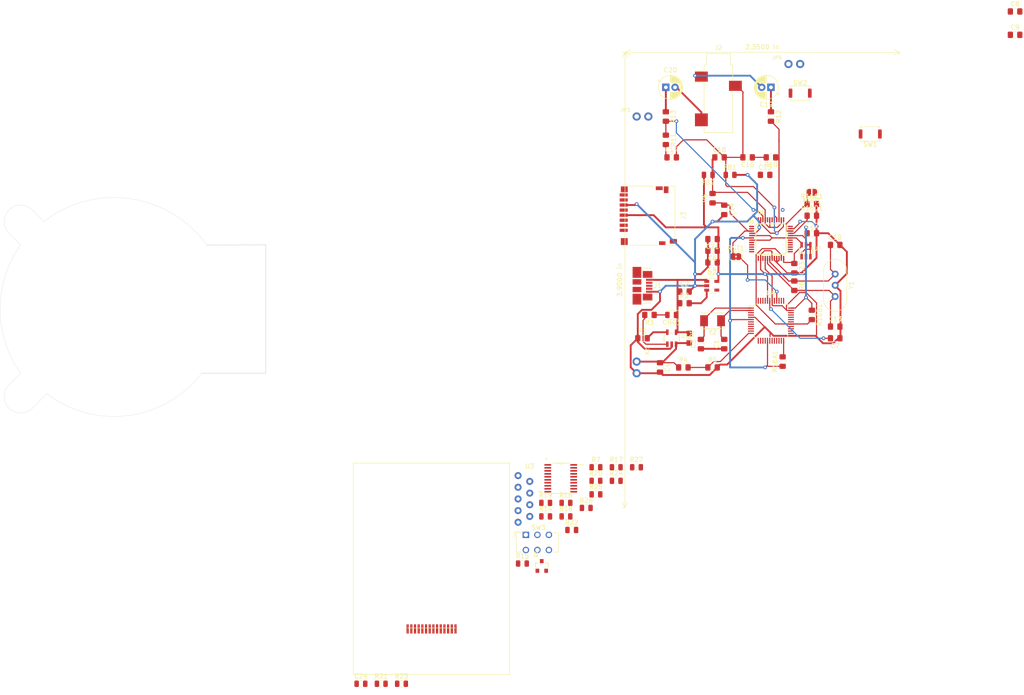
<source format=kicad_pcb>
(kicad_pcb (version 20171130) (host pcbnew 5.1.3-ffb9f22~84~ubuntu18.10.1)
  (layers (0 F.Cu signal) (31 B.Cu signal) (34 B.Paste user) (35 F.Paste user) (36 B.SilkS user) (37 F.SilkS user) (38 B.Mask user) (39 F.Mask user) (44 Edge.Cuts user))
  (net 0 "")
  (net 1 "Net-(C1-Pad2)")
  (net 2 Earth)
  (net 3 VBUS)
  (net 4 "Net-(C3-Pad2)")
  (net 5 VBAT)
  (net 6 "Net-(C7-Pad2)")
  (net 7 AREF)
  (net 8 +3V3)
  (net 9 "Net-(C10-Pad1)")
  (net 10 "Net-(C13-Pad1)")
  (net 11 MP3RST)
  (net 12 AGND)
  (net 13 "Net-(C15-Pad1)")
  (net 14 "Net-(C16-Pad1)")
  (net 15 "Net-(C17-Pad1)")
  (net 16 AVDD)
  (net 17 R_OUT)
  (net 18 "Net-(C19-Pad1)")
  (net 19 L_OUT)
  (net 20 "Net-(C20-Pad1)")
  (net 21 +1V8)
  (net 22 "Net-(CHG1-Pad2)")
  (net 23 "Net-(J1-Pad6)")
  (net 24 D+)
  (net 25 D-)
  (net 26 MOSI)
  (net 27 SCK)
  (net 28 MISO)
  (net 29 GPIO1)
  (net 30 "Net-(R1-Pad2)")
  (net 31 "Net-(R2-Pad2)")
  (net 32 "Net-(R3-Pad2)")
  (net 33 D9)
  (net 34 RIGHT)
  (net 35 LEFT)
  (net 36 GPIO0)
  (net 37 RESET)
  (net 38 SCL)
  (net 39 SDA)
  (net 40 D6)
  (net 41 D10)
  (net 42 D5)
  (net 43 QT_CHANGE)
  (net 44 "Net-(1-Pad9)")
  (net 45 "Net-(1-Pad8)")
  (net 46 "Net-(1-Pad7)")
  (net 47 "Net-(1-Pad6)")
  (net 48 "Net-(1-Pad5)")
  (net 49 "Net-(1-Pad4)")
  (net 50 "Net-(1-Pad3)")
  (net 51 "Net-(1-Pad2)")
  (net 52 "Net-(1-Pad1)")
  (net 53 "Net-(LCD1-Pad3)")
  (net 54 "Net-(Q1-Pad3)")
  (net 55 "Net-(Q1-Pad1)")
  (net 56 HOLD)
  (module click-wheel-2:connector (layer F.Cu) (at 55.493599 127.681799)
    (fp_text reference U3 (at 0 0.5) (layer F.SilkS))
    (fp_text value click-wheel)
    (pad 9 thru_hole circle (at 0 3.81) (size 1.524 1.524) (drill 0.762) (layers *.Cu *.Mask))
    (pad 8 thru_hole circle (at 0 6.35) (size 1.524 1.524) (drill 0.762) (layers *.Cu *.Mask))
    (pad 7 thru_hole circle (at 0 8.89) (size 1.524 1.524) (drill 0.762) (layers *.Cu *.Mask))
    (pad 6 thru_hole circle (at 0 11.43) (size 1.524 1.524) (drill 0.762) (layers *.Cu *.Mask))
    (pad 5 thru_hole circle (at -2.54 12.7) (size 1.524 1.524) (drill 0.762) (layers *.Cu *.Mask))
    (pad 4 thru_hole circle (at -2.54 10.16) (size 1.524 1.524) (drill 0.762) (layers *.Cu *.Mask))
    (pad 3 thru_hole circle (at -2.54 7.62) (size 1.524 1.524) (drill 0.762) (layers *.Cu *.Mask))
    (pad 2 thru_hole circle (at -2.54 5.08) (size 1.524 1.524) (drill 0.762) (layers *.Cu *.Mask))
    (pad 1 thru_hole circle (at -2.54 2.54) (size 1.524 1.524) (drill 0.762) (layers *.Cu *.Mask))
  )
  (module Button_Switch_THT:SW_CuK_JS202011CQN_DPDT_Straight (layer F.Cu) (at 54.6516 143.1168)
    (fp_text reference SW3 (at 2.75 -1.6) (layer F.SilkS))
    (fp_text value SW_DPST_x2)
    (pad 6 thru_hole circle (at 5 3.3) (size 1.4 1.4) (drill 0.9) (layers *.Cu *.Mask))
    (pad 5 thru_hole circle (at 2.5 3.3) (size 1.4 1.4) (drill 0.9) (layers *.Cu *.Mask))
    (pad 4 thru_hole circle (at 0 3.3) (size 1.4 1.4) (drill 0.9) (layers *.Cu *.Mask))
    (pad 3 thru_hole circle (at 5 0) (size 1.4 1.4) (drill 0.9) (layers *.Cu *.Mask))
    (pad 2 thru_hole circle (at 2.5 0) (size 1.4 1.4) (drill 0.9) (layers *.Cu *.Mask) (net 56 HOLD))
    (pad 1 thru_hole rect (at 0 0) (size 1.4 1.4) (drill 0.9) (layers *.Cu *.Mask) (net 8 +3V3))
  )
  (module Resistor_SMD:R_0805_2012Metric (layer F.Cu) (at 78.7066 128.4068)
    (fp_text reference R27 (at 0 -1.65) (layer F.SilkS))
    (fp_text value 1k)
    (pad 2 smd roundrect (at 0.9375 0) (size 0.975 1.4) (layers F.Cu F.Paste F.Mask))
    (pad 1 smd roundrect (at -0.9375 0) (size 0.975 1.4) (layers F.Cu F.Paste F.Mask) (net 49 "Net-(1-Pad4)"))
  )
  (module Resistor_SMD:R_0805_2012Metric (layer F.Cu) (at 67.7766 137.2568)
    (fp_text reference R26 (at 0 -1.65) (layer F.SilkS))
    (fp_text value 1k)
    (pad 2 smd roundrect (at 0.9375 0) (size 0.975 1.4) (layers F.Cu F.Paste F.Mask))
    (pad 1 smd roundrect (at -0.9375 0) (size 0.975 1.4) (layers F.Cu F.Paste F.Mask) (net 50 "Net-(1-Pad3)"))
  )
  (module Resistor_SMD:R_0805_2012Metric (layer F.Cu) (at 69.8866 134.3068)
    (fp_text reference R25 (at 0 -1.65) (layer F.SilkS))
    (fp_text value 1k)
    (pad 2 smd roundrect (at 0.9375 0) (size 0.975 1.4) (layers F.Cu F.Paste F.Mask))
    (pad 1 smd roundrect (at -0.9375 0) (size 0.975 1.4) (layers F.Cu F.Paste F.Mask) (net 51 "Net-(1-Pad2)"))
  )
  (module Resistor_SMD:R_0805_2012Metric (layer F.Cu) (at 74.2966 131.3568)
    (fp_text reference R24 (at 0 -1.65) (layer F.SilkS))
    (fp_text value 1k)
    (pad 2 smd roundrect (at 0.9375 0) (size 0.975 1.4) (layers F.Cu F.Paste F.Mask))
    (pad 1 smd roundrect (at -0.9375 0) (size 0.975 1.4) (layers F.Cu F.Paste F.Mask) (net 52 "Net-(1-Pad1)"))
  )
  (module Resistor_SMD:R_0805_2012Metric (layer F.Cu) (at 27.5966 175.5268)
    (fp_text reference R23 (at 0 -1.65) (layer F.SilkS))
    (fp_text value 1k)
    (pad 2 smd roundrect (at 0.9375 0) (size 0.975 1.4) (layers F.Cu F.Paste F.Mask))
    (pad 1 smd roundrect (at -0.9375 0) (size 0.975 1.4) (layers F.Cu F.Paste F.Mask) (net 44 "Net-(1-Pad9)"))
  )
  (module Resistor_SMD:R_0805_2012Metric (layer F.Cu) (at 64.6266 142.0568)
    (fp_text reference R22 (at 0 -1.65) (layer F.SilkS))
    (fp_text value 1k)
    (pad 2 smd roundrect (at 0.9375 0) (size 0.975 1.4) (layers F.Cu F.Paste F.Mask))
    (pad 1 smd roundrect (at -0.9375 0) (size 0.975 1.4) (layers F.Cu F.Paste F.Mask) (net 45 "Net-(1-Pad8)"))
  )
  (module Resistor_SMD:R_0805_2012Metric (layer F.Cu) (at 23.1866 175.5268)
    (fp_text reference R21 (at 0 -1.65) (layer F.SilkS))
    (fp_text value 1k)
    (pad 2 smd roundrect (at 0.9375 0) (size 0.975 1.4) (layers F.Cu F.Paste F.Mask))
    (pad 1 smd roundrect (at -0.9375 0) (size 0.975 1.4) (layers F.Cu F.Paste F.Mask) (net 46 "Net-(1-Pad7)"))
  )
  (module Resistor_SMD:R_0805_2012Metric (layer F.Cu) (at 69.8866 131.3568)
    (fp_text reference R20 (at 0 -1.65) (layer F.SilkS))
    (fp_text value 1k)
    (pad 2 smd roundrect (at 0.9375 0) (size 0.975 1.4) (layers F.Cu F.Paste F.Mask))
    (pad 1 smd roundrect (at -0.9375 0) (size 0.975 1.4) (layers F.Cu F.Paste F.Mask) (net 47 "Net-(1-Pad6)"))
  )
  (module Resistor_SMD:R_0805_2012Metric (layer F.Cu) (at 58.9566 136.1568)
    (fp_text reference R19 (at 0 -1.65) (layer F.SilkS))
    (fp_text value 1k)
    (pad 2 smd roundrect (at 0.9375 0) (size 0.975 1.4) (layers F.Cu F.Paste F.Mask))
    (pad 1 smd roundrect (at -0.9375 0) (size 0.975 1.4) (layers F.Cu F.Paste F.Mask) (net 48 "Net-(1-Pad5)"))
  )
  (module Resistor_SMD:R_0805_2012Metric (layer F.Cu) (at 63.3666 139.1068)
    (fp_text reference R18 (at 0 -1.65) (layer F.SilkS))
    (fp_text value 10k)
    (pad 2 smd roundrect (at 0.9375 0) (size 0.975 1.4) (layers F.Cu F.Paste F.Mask) (net 8 +3V3))
    (pad 1 smd roundrect (at -0.9375 0) (size 0.975 1.4) (layers F.Cu F.Paste F.Mask) (net 38 SCL))
  )
  (module Resistor_SMD:R_0805_2012Metric (layer F.Cu) (at 74.2966 128.4068)
    (fp_text reference R17 (at 0 -1.65) (layer F.SilkS))
    (fp_text value 10k)
    (pad 2 smd roundrect (at 0.9375 0) (size 0.975 1.4) (layers F.Cu F.Paste F.Mask) (net 39 SDA))
    (pad 1 smd roundrect (at -0.9375 0) (size 0.975 1.4) (layers F.Cu F.Paste F.Mask) (net 8 +3V3))
  )
  (module Resistor_SMD:R_0805_2012Metric (layer F.Cu) (at 63.3666 136.1568)
    (fp_text reference R16 (at 0 -1.65) (layer F.SilkS))
    (fp_text value 47k)
    (pad 2 smd roundrect (at 0.9375 0) (size 0.975 1.4) (layers F.Cu F.Paste F.Mask) (net 43 QT_CHANGE))
    (pad 1 smd roundrect (at -0.9375 0) (size 0.975 1.4) (layers F.Cu F.Paste F.Mask) (net 8 +3V3))
  )
  (module Resistor_SMD:R_0805_2012Metric (layer F.Cu) (at 53.8966 149.3668)
    (fp_text reference R15 (at 0 -1.65) (layer F.SilkS))
    (fp_text value 1k)
    (pad 2 smd roundrect (at 0.9375 0) (size 0.975 1.4) (layers F.Cu F.Paste F.Mask) (net 55 "Net-(Q1-Pad1)"))
    (pad 1 smd roundrect (at -0.9375 0) (size 0.975 1.4) (layers F.Cu F.Paste F.Mask))
  )
  (module Resistor_SMD:R_0805_2012Metric (layer F.Cu) (at 58.9566 139.1068)
    (fp_text reference R14 (at 0 -1.65) (layer F.SilkS))
    (fp_text value 22)
    (pad 2 smd roundrect (at 0.9375 0) (size 0.975 1.4) (layers F.Cu F.Paste F.Mask) (net 53 "Net-(LCD1-Pad3)"))
    (pad 1 smd roundrect (at -0.9375 0) (size 0.975 1.4) (layers F.Cu F.Paste F.Mask) (net 54 "Net-(Q1-Pad3)"))
  )
  (module Resistor_SMD:R_0805_2012Metric (layer F.Cu) (at 69.8866 128.4068)
    (fp_text reference R7 (at 0 -1.65) (layer F.SilkS))
    (fp_text value 10k)
    (pad 2 smd roundrect (at 0.9375 0) (size 0.975 1.4) (layers F.Cu F.Paste F.Mask) (net 2 Earth))
    (pad 1 smd roundrect (at -0.9375 0) (size 0.975 1.4) (layers F.Cu F.Paste F.Mask) (net 56 HOLD))
  )
  (module little-helper:SOT23-3 (layer F.Cu) (at 58.1032 149.941799)
    (fp_text reference Q1 (at -0.8255 -1.778 -270) (layer F.SilkS) (effects (font (size 0.77216 0.77216) (thickness 0.115824)) (justify left bottom)))
    (fp_text value TRANSISTOR_NPNSOT23-3)
    (pad 3 smd rect (at 0 -1.1) (size 0.8 0.9) (layers F.Cu F.Paste F.Mask) (net 54 "Net-(Q1-Pad3)"))
    (pad 2 smd rect (at 0.95 1) (size 0.8 0.9) (layers F.Cu F.Paste F.Mask) (net 2 Earth))
    (pad 1 smd rect (at -0.95 1) (size 0.8 0.9) (layers F.Cu F.Paste F.Mask) (net 55 "Net-(Q1-Pad1)"))
  )
  (module little-helper:JD-T1800 (layer F.Cu) (at 34.1351 150.4953)
    (fp_text reference LCD1 hide)
    (fp_text value JD-T1800 hide)
    (pad "" np_thru_hole circle (at 7.65 16.9) (size 0.6 0.6) (drill 0.6) (layers *.Cu *.Mask))
    (pad "" np_thru_hole circle (at -12.8 16.9) (size 0.6 0.6) (drill 0.6) (layers *.Cu *.Mask))
    (pad 14 smd rect (at -5.2 13.1 90) (size 2 0.5) (layers F.Cu F.Paste F.Mask))
    (pad 1 smd rect (at 5.2 13.1 90) (size 2 0.5) (layers F.Cu F.Paste F.Mask))
    (pad 2 smd rect (at 4.4 13.1 90) (size 2 0.5) (layers F.Cu F.Paste F.Mask) (net 2 Earth))
    (pad 3 smd rect (at 3.6 13.1 90) (size 2 0.5) (layers F.Cu F.Paste F.Mask) (net 53 "Net-(LCD1-Pad3)"))
    (pad 4 smd rect (at 2.8 13.1 90) (size 2 0.5) (layers F.Cu F.Paste F.Mask) (net 8 +3V3))
    (pad 5 smd rect (at 2 13.1 90) (size 2 0.5) (layers F.Cu F.Paste F.Mask) (net 2 Earth))
    (pad 6 smd rect (at 1.2 13.1 90) (size 2 0.5) (layers F.Cu F.Paste F.Mask))
    (pad 7 smd rect (at 0.4 13.1 90) (size 2 0.5) (layers F.Cu F.Paste F.Mask))
    (pad 8 smd rect (at -0.4 13.1 90) (size 2 0.5) (layers F.Cu F.Paste F.Mask) (net 26 MOSI))
    (pad 9 smd rect (at -1.2 13.1 90) (size 2 0.5) (layers F.Cu F.Paste F.Mask) (net 27 SCK))
    (pad 10 smd rect (at -2 13.1 90) (size 2 0.5) (layers F.Cu F.Paste F.Mask) (net 8 +3V3))
    (pad 11 smd rect (at -2.8 13.1 90) (size 2 0.5) (layers F.Cu F.Paste F.Mask) (net 8 +3V3))
    (pad 12 smd rect (at -3.6 13.1 90) (size 2 0.5) (layers F.Cu F.Paste F.Mask))
    (pad 13 smd rect (at -4.4 13.1 90) (size 2 0.5) (layers F.Cu F.Paste F.Mask) (net 2 Earth))
  )
  (module Capacitor_SMD:C_0805_2012Metric (layer F.Cu) (at 18.7766 175.5268)
    (fp_text reference C24 (at 0 -1.65) (layer F.SilkS))
    (fp_text value 0.1uF)
    (pad 2 smd roundrect (at 0.9375 0) (size 0.975 1.4) (layers F.Cu F.Paste F.Mask) (net 2 Earth))
    (pad 1 smd roundrect (at -0.9375 0) (size 0.975 1.4) (layers F.Cu F.Paste F.Mask) (net 8 +3V3))
  )
  (module little-helper:QT2120 (layer F.Cu) (at 62.23 130.81)
    (fp_text reference 1)
    (fp_text value AT42QT2120_COMMS)
    (fp_text user * (at -3.6576 -3.1496) (layer F.SilkS) (effects (font (size 1.2065 1.2065) (thickness 0.0762)) (justify left bottom)))
    (pad 20 smd rect (at 2.8194 -2.921) (size 1.4732 0.3556) (layers F.Cu F.Paste F.Mask))
    (pad 19 smd rect (at 2.8194 -2.286) (size 1.4732 0.3556) (layers F.Cu F.Paste F.Mask))
    (pad 18 smd rect (at 2.8194 -1.6256) (size 1.4732 0.3556) (layers F.Cu F.Paste F.Mask))
    (pad 17 smd rect (at 2.8194 -0.9652) (size 1.4732 0.3556) (layers F.Cu F.Paste F.Mask) (net 43 QT_CHANGE))
    (pad 16 smd rect (at 2.8194 -0.3302) (size 1.4732 0.3556) (layers F.Cu F.Paste F.Mask) (net 38 SCL))
    (pad 15 smd rect (at 2.8194 0.3302) (size 1.4732 0.3556) (layers F.Cu F.Paste F.Mask))
    (pad 14 smd rect (at 2.8194 0.9652) (size 1.4732 0.3556) (layers F.Cu F.Paste F.Mask) (net 8 +3V3))
    (pad 13 smd rect (at 2.8194 1.6256) (size 1.4732 0.3556) (layers F.Cu F.Paste F.Mask) (net 39 SDA))
    (pad 12 smd rect (at 2.8194 2.286) (size 1.4732 0.3556) (layers F.Cu F.Paste F.Mask) (net 2 Earth))
    (pad 11 smd rect (at 2.8194 2.921) (size 1.4732 0.3556) (layers F.Cu F.Paste F.Mask) (net 8 +3V3))
    (pad 10 smd rect (at -2.8194 2.921) (size 1.4732 0.3556) (layers F.Cu F.Paste F.Mask) (net 2 Earth))
    (pad 9 smd rect (at -2.8194 2.286) (size 1.4732 0.3556) (layers F.Cu F.Paste F.Mask) (net 44 "Net-(1-Pad9)"))
    (pad 8 smd rect (at -2.8194 1.6256) (size 1.4732 0.3556) (layers F.Cu F.Paste F.Mask) (net 45 "Net-(1-Pad8)"))
    (pad 7 smd rect (at -2.8194 0.9652) (size 1.4732 0.3556) (layers F.Cu F.Paste F.Mask) (net 46 "Net-(1-Pad7)"))
    (pad 6 smd rect (at -2.8194 0.3302) (size 1.4732 0.3556) (layers F.Cu F.Paste F.Mask) (net 47 "Net-(1-Pad6)"))
    (pad 5 smd rect (at -2.8194 -0.3302) (size 1.4732 0.3556) (layers F.Cu F.Paste F.Mask) (net 48 "Net-(1-Pad5)"))
    (pad 4 smd rect (at -2.8194 -0.9652) (size 1.4732 0.3556) (layers F.Cu F.Paste F.Mask) (net 49 "Net-(1-Pad4)"))
    (pad 3 smd rect (at -2.8194 -1.6256) (size 1.4732 0.3556) (layers F.Cu F.Paste F.Mask) (net 50 "Net-(1-Pad3)"))
    (pad 2 smd rect (at -2.8194 -2.286) (size 1.4732 0.3556) (layers F.Cu F.Paste F.Mask) (net 51 "Net-(1-Pad2)"))
    (pad 1 smd rect (at -2.8194 -2.921) (size 1.4732 0.3556) (layers F.Cu F.Paste F.Mask) (net 52 "Net-(1-Pad1)"))
  )
  (module Resistor_SMD:R_0805_2012Metric_Pad1.15x1.40mm_HandSolder (layer F.Cu) (at 110.49 105.41 90)
    (fp_text reference R16A1 (at 0 -1.65 90) (layer F.SilkS))
    (fp_text value 100k)
    (pad 2 smd roundrect (at 1.025 0 90) (size 1.15 1.4) (layers F.Cu F.Paste F.Mask) (roundrect_rratio 0.217391) (net 42 D5))
    (pad 1 smd roundrect (at -1.025 0 90) (size 1.15 1.4) (layers F.Cu F.Paste F.Mask) (roundrect_rratio 0.217391) (net 8 +3V3))
  )
  (module Capacitor_THT:CP_Radial_D5.0mm_P2.00mm (layer F.Cu) (at 85.09 45.72)
    (fp_text reference C20 (at 1 -3.75) (layer F.SilkS))
    (fp_text value 220uF)
    (pad 2 thru_hole circle (at 2 0) (size 1.6 1.6) (drill 0.8) (layers *.Cu *.Mask) (net 19 L_OUT))
    (pad 1 thru_hole rect (at 0 0) (size 1.6 1.6) (drill 0.8) (layers *.Cu *.Mask) (net 20 "Net-(C20-Pad1)"))
  )
  (module Capacitor_THT:CP_Radial_D5.0mm_P2.00mm (layer F.Cu) (at 107.95 45.72 180)
    (fp_text reference C19 (at 1 -3.75) (layer F.SilkS))
    (fp_text value 220uF)
    (pad 2 thru_hole circle (at 2 0 180) (size 1.6 1.6) (drill 0.8) (layers *.Cu *.Mask) (net 17 R_OUT))
    (pad 1 thru_hole rect (at 0 0 180) (size 1.6 1.6) (drill 0.8) (layers *.Cu *.Mask) (net 18 "Net-(C19-Pad1)"))
  )
  (module Capacitor_SMD:C_0805_2012Metric_Pad1.15x1.40mm_HandSolder (layer F.Cu) (at 86.36 60.96)
    (fp_text reference C17 (at 0 -1.65) (layer F.SilkS))
    (fp_text value 10nF)
    (pad 2 smd roundrect (at 1.025 0) (size 1.15 1.4) (layers F.Cu F.Paste F.Mask) (roundrect_rratio 0.217391) (net 12 AGND))
    (pad 1 smd roundrect (at -1.025 0) (size 1.15 1.4) (layers F.Cu F.Paste F.Mask) (roundrect_rratio 0.217391) (net 15 "Net-(C17-Pad1)"))
  )
  (module Capacitor_SMD:C_0805_2012Metric_Pad1.15x1.40mm_HandSolder (layer F.Cu) (at 102.87 60.96 180)
    (fp_text reference C16 (at 0 -1.65) (layer F.SilkS))
    (fp_text value 10nF)
    (pad 2 smd roundrect (at 1.025 0 180) (size 1.15 1.4) (layers F.Cu F.Paste F.Mask) (roundrect_rratio 0.217391) (net 12 AGND))
    (pad 1 smd roundrect (at -1.025 0 180) (size 1.15 1.4) (layers F.Cu F.Paste F.Mask) (roundrect_rratio 0.217391) (net 14 "Net-(C16-Pad1)"))
  )
  (module Package_TO_SOT_SMD:SOT-23-5 (layer F.Cu) (at 95.08 88.9)
    (fp_text reference U2 (at 0 -2.9) (layer F.SilkS))
    (fp_text value SPX3819M5-L-3-3)
    (pad 5 smd rect (at 1.1 -0.95) (size 1.06 0.65) (layers F.Cu F.Paste F.Mask) (net 8 +3V3))
    (pad 4 smd rect (at 1.1 0.95) (size 1.06 0.65) (layers F.Cu F.Paste F.Mask))
    (pad 3 smd rect (at -1.1 0.95) (size 1.06 0.65) (layers F.Cu F.Paste F.Mask) (net 31 "Net-(R2-Pad2)"))
    (pad 2 smd rect (at -1.1 0) (size 1.06 0.65) (layers F.Cu F.Paste F.Mask) (net 2 Earth))
    (pad 1 smd rect (at -1.1 -0.95) (size 1.06 0.65) (layers F.Cu F.Paste F.Mask) (net 3 VBUS))
  )
  (module Resistor_SMD:R_0805_2012Metric_Pad1.15x1.40mm_HandSolder (layer F.Cu) (at 89.145 92.71)
    (fp_text reference R2 (at 0 -1.65) (layer F.SilkS))
    (fp_text value 100k)
    (pad 2 smd roundrect (at 1.025 0) (size 1.15 1.4) (layers F.Cu F.Paste F.Mask) (roundrect_rratio 0.217391) (net 31 "Net-(R2-Pad2)"))
    (pad 1 smd roundrect (at -1.025 0) (size 1.15 1.4) (layers F.Cu F.Paste F.Mask) (roundrect_rratio 0.217391) (net 3 VBUS))
  )
  (module Capacitor_SMD:C_0805_2012Metric_Pad1.15x1.40mm_HandSolder (layer F.Cu) (at 89.145 90.17)
    (fp_text reference C2 (at 0 -1.65) (layer F.SilkS))
    (fp_text value 10uF)
    (pad 1 smd roundrect (at -1.025 0) (size 1.15 1.4) (layers F.Cu F.Paste F.Mask) (roundrect_rratio 0.217391) (net 3 VBUS))
    (pad 2 smd roundrect (at 1.025 0) (size 1.15 1.4) (layers F.Cu F.Paste F.Mask) (roundrect_rratio 0.217391) (net 2 Earth))
  )
  (module mpr121:CHIPLED_0805_NOOUTLINE (layer F.Cu) (at 90.17 100.33 180)
    (fp_text reference D1 (at -1.016 1.778 270) (layer F.SilkS) (effects (font (size 0.77216 0.77216) (thickness 0.138988)) (justify right bottom)))
    (fp_text value MBR120)
    (pad A smd rect (at 0 1.05 180) (size 1.2 1.2) (layers F.Cu F.Paste F.Mask) (net 3 VBUS))
    (pad C smd rect (at 0 -1.05 180) (size 1.2 1.2) (layers F.Cu F.Paste F.Mask) (net 5 VBAT))
  )
  (module Capacitor_SMD:C_0805_2012Metric_Pad1.15x1.40mm_HandSolder (layer F.Cu) (at 95.25 83.82 180)
    (fp_text reference C5 (at 0 -1.65) (layer F.SilkS))
    (fp_text value 10uF)
    (pad 2 smd roundrect (at 1.025 0 180) (size 1.15 1.4) (layers F.Cu F.Paste F.Mask) (roundrect_rratio 0.217391) (net 2 Earth))
    (pad 1 smd roundrect (at -1.025 0 180) (size 1.15 1.4) (layers F.Cu F.Paste F.Mask) (roundrect_rratio 0.217391) (net 8 +3V3))
  )
  (module "adafruit -music:1X02_ROUND" (layer F.Cu) (at 78.74 106.68 270)
    (fp_text reference X2 (at -2.6162 -1.8288 90) (layer F.SilkS) (effects (font (size 0.77216 0.77216) (thickness 0.146304)) (justify left top)))
    (fp_text value JSTPH)
    (pad 2 thru_hole circle (at 1.27 0) (size 1.778 1.778) (drill 1) (layers *.Cu *.Mask) (net 2 Earth))
    (pad 1 thru_hole circle (at -1.27 0) (size 1.778 1.778) (drill 1) (layers *.Cu *.Mask) (net 5 VBAT))
  )
  (module Crystal:Crystal_SMD_TXC_7A-2Pin_5x3.2mm (layer F.Cu) (at 95.25 96.52 180)
    (fp_text reference Y2 (at 0 -2.5) (layer F.SilkS))
    (fp_text value Crystal)
    (pad 2 smd rect (at 1.85 0 180) (size 1.7 2.4) (layers F.Cu F.Paste F.Mask) (net 4 "Net-(C3-Pad2)"))
    (pad 1 smd rect (at -1.85 0 180) (size 1.7 2.4) (layers F.Cu F.Paste F.Mask) (net 1 "Net-(C1-Pad2)"))
  )
  (module Crystal:Crystal_HC49-U-3Pin_Vertical (layer F.Cu) (at 121.92 86.36 270)
    (fp_text reference Y1 (at 2.44 -3.525 90) (layer F.SilkS))
    (fp_text value ABM8G-12.288MHZ-18-D2Y-T)
    (pad 3 thru_hole circle (at 4.88 0 270) (size 1.5 1.5) (drill 0.8) (layers *.Cu *.Mask) (net 10 "Net-(C13-Pad1)"))
    (pad 2 thru_hole circle (at 2.44 0 270) (size 1.5 1.5) (drill 0.8) (layers *.Cu *.Mask) (net 2 Earth))
    (pad 1 thru_hole circle (at 0 0 270) (size 1.5 1.5) (drill 0.8) (layers *.Cu *.Mask) (net 9 "Net-(C10-Pad1)"))
  )
  (module "adafruit -music:SOT23-6" (layer F.Cu) (at 115.57 81.28)
    (fp_text reference U7 (at 1.651 0) (layer F.SilkS) (effects (font (size 0.77216 0.77216) (thickness 0.138988)) (justify left bottom)))
    (fp_text value VREG_SOT23-6_DUALAP7312)
    (pad 6 smd rect (at -0.95 -1.3) (size 0.55 1.2) (layers F.Cu F.Paste F.Mask) (net 21 +1V8))
    (pad 5 smd rect (at 0 -1.3) (size 0.55 1.2) (layers F.Cu F.Paste F.Mask) (net 8 +3V3))
    (pad 4 smd rect (at 0.95 -1.3) (size 0.55 1.2) (layers F.Cu F.Paste F.Mask) (net 8 +3V3))
    (pad 3 smd rect (at 0.95 1.3) (size 0.55 1.2) (layers F.Cu F.Paste F.Mask) (net 8 +3V3))
    (pad 2 smd rect (at 0 1.3) (size 0.55 1.2) (layers F.Cu F.Paste F.Mask) (net 2 Earth))
    (pad 1 smd rect (at -0.95 1.3) (size 0.55 1.2) (layers F.Cu F.Paste F.Mask) (net 8 +3V3))
  )
  (module "adafruit -music:LQFP48" (layer F.Cu) (at 107.95 78.74)
    (fp_text reference U6 (at -2.974 -5.3001) (layer F.SilkS) (effects (font (size 0.77216 0.77216) (thickness 0.138988)) (justify left bottom)))
    (fp_text value VS1053B)
    (pad 48 smd rect (at -2.75 -4.2) (size 0.28 1.1) (layers F.Cu F.Paste F.Mask))
    (pad 47 smd rect (at -2.25 -4.2) (size 0.285 1.1) (layers F.Cu F.Paste F.Mask) (net 12 AGND))
    (pad 46 smd rect (at -1.75 -4.2) (size 0.285 1.1) (layers F.Cu F.Paste F.Mask) (net 35 LEFT))
    (pad 45 smd rect (at -1.25 -4.2) (size 0.285 1.1) (layers F.Cu F.Paste F.Mask) (net 16 AVDD))
    (pad 44 smd rect (at -0.75 -4.2) (size 0.285 1.1) (layers F.Cu F.Paste F.Mask) (net 13 "Net-(C15-Pad1)"))
    (pad 43 smd rect (at -0.25 -4.2) (size 0.285 1.1) (layers F.Cu F.Paste F.Mask) (net 16 AVDD))
    (pad 42 smd rect (at 0.25 -4.2) (size 0.285 1.1) (layers F.Cu F.Paste F.Mask))
    (pad 41 smd rect (at 0.75 -4.2) (size 0.285 1.1) (layers F.Cu F.Paste F.Mask) (net 12 AGND))
    (pad 40 smd rect (at 1.25 -4.2) (size 0.285 1.1) (layers F.Cu F.Paste F.Mask) (net 12 AGND))
    (pad 39 smd rect (at 1.75 -4.2) (size 0.285 1.1) (layers F.Cu F.Paste F.Mask) (net 34 RIGHT))
    (pad 38 smd rect (at 2.25 -4.2) (size 0.285 1.1) (layers F.Cu F.Paste F.Mask) (net 16 AVDD))
    (pad 37 smd rect (at 2.75 -4.2) (size 0.285 1.1) (layers F.Cu F.Paste F.Mask) (net 12 AGND))
    (pad 36 smd rect (at 4.2 -2.75) (size 1.1 0.285) (layers F.Cu F.Paste F.Mask))
    (pad 35 smd rect (at 4.2 -2.25) (size 1.1 0.285) (layers F.Cu F.Paste F.Mask) (net 2 Earth))
    (pad 34 smd rect (at 4.2 -1.75) (size 1.1 0.285) (layers F.Cu F.Paste F.Mask) (net 29 GPIO1))
    (pad 33 smd rect (at 4.2 -1.25) (size 1.1 0.285) (layers F.Cu F.Paste F.Mask) (net 36 GPIO0))
    (pad 32 smd rect (at 4.2 -0.75) (size 1.1 0.285) (layers F.Cu F.Paste F.Mask) (net 8 +3V3))
    (pad 31 smd rect (at 4.2 -0.25) (size 1.1 0.285) (layers F.Cu F.Paste F.Mask) (net 21 +1V8))
    (pad 30 smd rect (at 4.2 0.25) (size 1.1 0.285) (layers F.Cu F.Paste F.Mask) (net 28 MISO))
    (pad 29 smd rect (at 4.2 0.75) (size 1.1 0.285) (layers F.Cu F.Paste F.Mask) (net 26 MOSI))
    (pad 28 smd rect (at 4.2 1.25) (size 1.1 0.285) (layers F.Cu F.Paste F.Mask))
    (pad 27 smd rect (at 4.2 1.75) (size 1.1 0.285) (layers F.Cu F.Paste F.Mask))
    (pad 26 smd rect (at 4.2 2.25) (size 1.1 0.285) (layers F.Cu F.Paste F.Mask))
    (pad 25 smd rect (at 4.2 2.75) (size 1.1 0.285) (layers F.Cu F.Paste F.Mask))
    (pad 24 smd rect (at 2.75 4.2) (size 0.285 1.1) (layers F.Cu F.Paste F.Mask) (net 21 +1V8))
    (pad 23 smd rect (at 2.25 4.2) (size 0.285 1.1) (layers F.Cu F.Paste F.Mask) (net 40 D6))
    (pad 22 smd rect (at 1.75 4.2) (size 0.285 1.1) (layers F.Cu F.Paste F.Mask) (net 2 Earth))
    (pad 21 smd rect (at 1.25 4.2) (size 0.285 1.1) (layers F.Cu F.Paste F.Mask) (net 2 Earth))
    (pad 20 smd rect (at 0.75 4.2) (size 0.285 1.1) (layers F.Cu F.Paste F.Mask) (net 2 Earth))
    (pad 19 smd rect (at 0.25 4.2) (size 0.285 1.1) (layers F.Cu F.Paste F.Mask) (net 8 +3V3))
    (pad 18 smd rect (at -0.25 4.2) (size 0.285 1.1) (layers F.Cu F.Paste F.Mask) (net 9 "Net-(C10-Pad1)"))
    (pad 17 smd rect (at -0.75 4.2) (size 0.285 1.1) (layers F.Cu F.Paste F.Mask) (net 10 "Net-(C13-Pad1)"))
    (pad 16 smd rect (at -1.25 4.2) (size 0.285 1.1) (layers F.Cu F.Paste F.Mask) (net 2 Earth))
    (pad 15 smd rect (at -1.75 4.2) (size 0.285 1.1) (layers F.Cu F.Paste F.Mask))
    (pad 14 smd rect (at -2.25 4.2) (size 0.285 1.1) (layers F.Cu F.Paste F.Mask) (net 8 +3V3))
    (pad 13 smd rect (at -2.75 4.2) (size 0.285 1.1) (layers F.Cu F.Paste F.Mask) (net 41 D10))
    (pad 12 smd rect (at -4.2 2.75) (size 1.1 0.285) (layers F.Cu F.Paste F.Mask))
    (pad 11 smd rect (at -4.2 2.25) (size 1.1 0.285) (layers F.Cu F.Paste F.Mask))
    (pad 10 smd rect (at -4.2 1.75) (size 1.1 0.285) (layers F.Cu F.Paste F.Mask))
    (pad 9 smd rect (at -4.2 1.25) (size 1.1 0.285) (layers F.Cu F.Paste F.Mask))
    (pad 8 smd rect (at -4.2 0.75) (size 1.1 0.285) (layers F.Cu F.Paste F.Mask) (net 33 D9))
    (pad 7 smd rect (at -4.2 0.25) (size 1.1 0.285) (layers F.Cu F.Paste F.Mask) (net 21 +1V8))
    (pad 6 smd rect (at -4.2 -0.25) (size 1.1 0.285) (layers F.Cu F.Paste F.Mask) (net 8 +3V3))
    (pad 5 smd rect (at -4.2 -0.75) (size 1.1 0.285) (layers F.Cu F.Paste F.Mask) (net 21 +1V8))
    (pad 4 smd rect (at -4.2 -1.25) (size 1.1 0.285) (layers F.Cu F.Paste F.Mask) (net 2 Earth))
    (pad 3 smd rect (at -4.2 -1.75) (size 1.1 0.285) (layers F.Cu F.Paste F.Mask) (net 11 MP3RST))
    (pad 2 smd rect (at -4.2 -2.25) (size 1.1 0.285) (layers F.Cu F.Paste F.Mask))
    (pad 1 smd rect (at -4.2 -2.75) (size 1.1 0.285) (layers F.Cu F.Paste F.Mask))
  )
  (module Package_QFP:TQFP-48_7x7mm_P0.5mm (layer F.Cu) (at 107.95 96.52)
    (fp_text reference U4 (at 0 -6) (layer F.SilkS))
    (fp_text value ATSAMD21G18A-AUT)
    (pad 48 smd rect (at -2.75 -4.35 90) (size 1.3 0.25) (layers F.Cu F.Paste F.Mask))
    (pad 47 smd rect (at -2.25 -4.35 90) (size 1.3 0.25) (layers F.Cu F.Paste F.Mask))
    (pad 46 smd rect (at -1.75 -4.35 90) (size 1.3 0.25) (layers F.Cu F.Paste F.Mask))
    (pad 45 smd rect (at -1.25 -4.35 90) (size 1.3 0.25) (layers F.Cu F.Paste F.Mask))
    (pad 44 smd rect (at -0.75 -4.35 90) (size 1.3 0.25) (layers F.Cu F.Paste F.Mask) (net 8 +3V3))
    (pad 43 smd rect (at -0.25 -4.35 90) (size 1.3 0.25) (layers F.Cu F.Paste F.Mask) (net 6 "Net-(C7-Pad2)"))
    (pad 42 smd rect (at 0.25 -4.35 90) (size 1.3 0.25) (layers F.Cu F.Paste F.Mask) (net 2 Earth))
    (pad 41 smd rect (at 0.75 -4.35 90) (size 1.3 0.25) (layers F.Cu F.Paste F.Mask))
    (pad 40 smd rect (at 1.25 -4.35 90) (size 1.3 0.25) (layers F.Cu F.Paste F.Mask) (net 37 RESET))
    (pad 39 smd rect (at 1.75 -4.35 90) (size 1.3 0.25) (layers F.Cu F.Paste F.Mask))
    (pad 38 smd rect (at 2.25 -4.35 90) (size 1.3 0.25) (layers F.Cu F.Paste F.Mask))
    (pad 37 smd rect (at 2.75 -4.35 90) (size 1.3 0.25) (layers F.Cu F.Paste F.Mask))
    (pad 36 smd rect (at 4.35 -2.75) (size 1.3 0.25) (layers F.Cu F.Paste F.Mask) (net 8 +3V3))
    (pad 35 smd rect (at 4.35 -2.25) (size 1.3 0.25) (layers F.Cu F.Paste F.Mask) (net 2 Earth))
    (pad 34 smd rect (at 4.35 -1.75) (size 1.3 0.25) (layers F.Cu F.Paste F.Mask) (net 24 D+))
    (pad 33 smd rect (at 4.35 -1.25) (size 1.3 0.25) (layers F.Cu F.Paste F.Mask) (net 25 D-))
    (pad 32 smd rect (at 4.35 -0.75) (size 1.3 0.25) (layers F.Cu F.Paste F.Mask) (net 38 SCL))
    (pad 31 smd rect (at 4.35 -0.25) (size 1.3 0.25) (layers F.Cu F.Paste F.Mask) (net 39 SDA))
    (pad 30 smd rect (at 4.35 0.25) (size 1.3 0.25) (layers F.Cu F.Paste F.Mask))
    (pad 29 smd rect (at 4.35 0.75) (size 1.3 0.25) (layers F.Cu F.Paste F.Mask) (net 40 D6))
    (pad 28 smd rect (at 4.35 1.25) (size 1.3 0.25) (layers F.Cu F.Paste F.Mask))
    (pad 27 smd rect (at 4.35 1.75) (size 1.3 0.25) (layers F.Cu F.Paste F.Mask) (net 41 D10))
    (pad 26 smd rect (at 4.35 2.25) (size 1.3 0.25) (layers F.Cu F.Paste F.Mask))
    (pad 25 smd rect (at 4.35 2.75) (size 1.3 0.25) (layers F.Cu F.Paste F.Mask))
    (pad 24 smd rect (at 2.75 4.35 90) (size 1.3 0.25) (layers F.Cu F.Paste F.Mask) (net 42 D5))
    (pad 23 smd rect (at 2.25 4.35 90) (size 1.3 0.25) (layers F.Cu F.Paste F.Mask))
    (pad 22 smd rect (at 1.75 4.35 90) (size 1.3 0.25) (layers F.Cu F.Paste F.Mask))
    (pad 21 smd rect (at 1.25 4.35 90) (size 1.3 0.25) (layers F.Cu F.Paste F.Mask) (net 28 MISO))
    (pad 20 smd rect (at 0.75 4.35 90) (size 1.3 0.25) (layers F.Cu F.Paste F.Mask) (net 27 SCK))
    (pad 19 smd rect (at 0.25 4.35 90) (size 1.3 0.25) (layers F.Cu F.Paste F.Mask) (net 26 MOSI))
    (pad 18 smd rect (at -0.25 4.35 90) (size 1.3 0.25) (layers F.Cu F.Paste F.Mask) (net 2 Earth))
    (pad 17 smd rect (at -0.75 4.35 90) (size 1.3 0.25) (layers F.Cu F.Paste F.Mask) (net 8 +3V3))
    (pad 16 smd rect (at -1.25 4.35 90) (size 1.3 0.25) (layers F.Cu F.Paste F.Mask))
    (pad 15 smd rect (at -1.75 4.35 90) (size 1.3 0.25) (layers F.Cu F.Paste F.Mask))
    (pad 14 smd rect (at -2.25 4.35 90) (size 1.3 0.25) (layers F.Cu F.Paste F.Mask))
    (pad 13 smd rect (at -2.75 4.35 90) (size 1.3 0.25) (layers F.Cu F.Paste F.Mask))
    (pad 12 smd rect (at -4.35 2.75) (size 1.3 0.25) (layers F.Cu F.Paste F.Mask) (net 33 D9))
    (pad 11 smd rect (at -4.35 2.25) (size 1.3 0.25) (layers F.Cu F.Paste F.Mask))
    (pad 10 smd rect (at -4.35 1.75) (size 1.3 0.25) (layers F.Cu F.Paste F.Mask))
    (pad 9 smd rect (at -4.35 1.25) (size 1.3 0.25) (layers F.Cu F.Paste F.Mask))
    (pad 8 smd rect (at -4.35 0.75) (size 1.3 0.25) (layers F.Cu F.Paste F.Mask))
    (pad 7 smd rect (at -4.35 0.25) (size 1.3 0.25) (layers F.Cu F.Paste F.Mask))
    (pad 6 smd rect (at -4.35 -0.25) (size 1.3 0.25) (layers F.Cu F.Paste F.Mask) (net 8 +3V3))
    (pad 5 smd rect (at -4.35 -0.75) (size 1.3 0.25) (layers F.Cu F.Paste F.Mask) (net 2 Earth))
    (pad 4 smd rect (at -4.35 -1.25) (size 1.3 0.25) (layers F.Cu F.Paste F.Mask) (net 7 AREF))
    (pad 3 smd rect (at -4.35 -1.75) (size 1.3 0.25) (layers F.Cu F.Paste F.Mask))
    (pad 2 smd rect (at -4.35 -2.25) (size 1.3 0.25) (layers F.Cu F.Paste F.Mask) (net 1 "Net-(C1-Pad2)"))
    (pad 1 smd rect (at -4.35 -2.75) (size 1.3 0.25) (layers F.Cu F.Paste F.Mask) (net 4 "Net-(C3-Pad2)"))
  )
  (module adafruit-m0:SOT23-5 (layer F.Cu) (at 86.36 100.33)
    (fp_text reference U1 (at 1.978 0 180) (layer F.SilkS) (effects (font (size 0.77216 0.77216) (thickness 0.138988)) (justify left bottom)))
    (fp_text value MCP73831-2-OT)
    (pad 5 smd rect (at -0.95 -1.3001) (size 0.55 1.2) (layers F.Cu F.Paste F.Mask) (net 30 "Net-(R1-Pad2)"))
    (pad 4 smd rect (at 0.95 -1.3001) (size 0.55 1.2) (layers F.Cu F.Paste F.Mask) (net 3 VBUS))
    (pad 3 smd rect (at 0.95 1.3001) (size 0.55 1.2) (layers F.Cu F.Paste F.Mask) (net 5 VBAT))
    (pad 2 smd rect (at 0 1.3001) (size 0.55 1.2) (layers F.Cu F.Paste F.Mask) (net 2 Earth))
    (pad 1 smd rect (at -0.95 1.3001) (size 0.55 1.2) (layers F.Cu F.Paste F.Mask) (net 32 "Net-(R3-Pad2)"))
  )
  (module Button_Switch_SMD:SW_Push_SPST_NO_Alps_SKRK (layer F.Cu) (at 114.3 46.99)
    (fp_text reference SW2 (at 0 -2.25) (layer F.SilkS))
    (fp_text value SW_Push)
    (pad 1 smd roundrect (at -2.1 0) (size 0.8 2) (layers F.Cu F.Paste F.Mask) (net 12 AGND))
    (pad 2 smd roundrect (at 2.1 0) (size 0.8 2) (layers F.Cu F.Paste F.Mask) (net 37 RESET))
  )
  (module Button_Switch_SMD:SW_Push_SPST_NO_Alps_SKRK (layer F.Cu) (at 129.54 55.88 180)
    (fp_text reference SW1 (at 0 -2.25) (layer F.SilkS))
    (fp_text value SW_Push)
    (pad 1 smd roundrect (at -2.1 0 180) (size 0.8 2) (layers F.Cu F.Paste F.Mask) (net 37 RESET))
    (pad 2 smd roundrect (at 2.1 0 180) (size 0.8 2) (layers F.Cu F.Paste F.Mask) (net 2 Earth))
  )
  (module Jumper:SolderJumper-2_P1.3mm_Bridged2Bar_RoundedPad1.0x1.5mm (layer F.Cu) (at 100.33 82.55)
    (fp_text reference RST1 (at 0 -1.8) (layer F.SilkS))
    (fp_text value SolderJumper_2_Bridged)
    (fp_poly (pts (xy -0.25 -0.6) (xy 0.25 -0.6) (xy 0.25 -0.2) (xy -0.25 -0.2)) (layer F.Cu) (width 0))
    (fp_poly (pts (xy -0.25 0.2) (xy 0.25 0.2) (xy 0.25 0.6) (xy -0.25 0.6)) (layer F.Cu) (width 0))
    (pad 1 smd custom (at -0.65 0) (size 1 0.5) (layers F.Cu F.Mask) (net 11 MP3RST) (options (clearance outline) (anchor rect)) (primitives (gr_circle (center 0 0.25) (end 0.5 0.25) (width 0)) (gr_circle (center 0 -0.25) (end 0.5 -0.25) (width 0)) (gr_poly (pts (xy 0.5 0.75) (xy 0.5 -0.75) (xy 0 -0.75) (xy 0 0.75)) (width 0))))
    (pad 2 smd custom (at 0.65 0) (size 1 0.5) (layers F.Cu F.Mask) (net 37 RESET) (options (clearance outline) (anchor rect)) (primitives (gr_circle (center 0 0.25) (end 0.5 0.25) (width 0)) (gr_circle (center 0 -0.25) (end 0.5 -0.25) (width 0)) (gr_poly (pts (xy -0.5 0.75) (xy -0.5 -0.75) (xy 0 -0.75) (xy 0 0.75)) (width 0))))
  )
  (module Resistor_SMD:R_0805_2012Metric_Pad1.15x1.40mm_HandSolder (layer F.Cu) (at 116.84 73.66)
    (fp_text reference R16D1 (at 0 -1.65) (layer F.SilkS))
    (fp_text value 100k)
    (pad 2 smd roundrect (at 1.025 0) (size 1.15 1.4) (layers F.Cu F.Paste F.Mask) (roundrect_rratio 0.217391) (net 2 Earth))
    (pad 1 smd roundrect (at -1.025 0) (size 1.15 1.4) (layers F.Cu F.Paste F.Mask) (roundrect_rratio 0.217391) (net 36 GPIO0))
  )
  (module Resistor_SMD:R_0805_2012Metric_Pad1.15x1.40mm_HandSolder (layer F.Cu) (at 116.84 71.12)
    (fp_text reference R16C1 (at 0 -1.65) (layer F.SilkS))
    (fp_text value 100k)
    (pad 2 smd roundrect (at 1.025 0) (size 1.15 1.4) (layers F.Cu F.Paste F.Mask) (roundrect_rratio 0.217391) (net 2 Earth))
    (pad 1 smd roundrect (at -1.025 0) (size 1.15 1.4) (layers F.Cu F.Paste F.Mask) (roundrect_rratio 0.217391) (net 29 GPIO1))
  )
  (module Resistor_SMD:R_0805_2012Metric_Pad1.15x1.40mm_HandSolder (layer F.Cu) (at 116.84 95.25 270)
    (fp_text reference R16B1 (at 0 -1.65 90) (layer F.SilkS))
    (fp_text value 100k)
    (pad 2 smd roundrect (at 1.025 0 270) (size 1.15 1.4) (layers F.Cu F.Paste F.Mask) (roundrect_rratio 0.217391) (net 40 D6))
    (pad 1 smd roundrect (at -1.025 0 270) (size 1.15 1.4) (layers F.Cu F.Paste F.Mask) (roundrect_rratio 0.217391) (net 8 +3V3))
  )
  (module Resistor_SMD:R_0805_2012Metric_Pad1.15x1.40mm_HandSolder (layer F.Cu) (at 85.09 52.07 270)
    (fp_text reference R13 (at 0 -1.65 90) (layer F.SilkS))
    (fp_text value 100)
    (pad 2 smd roundrect (at 1.025 0 270) (size 1.15 1.4) (layers F.Cu F.Paste F.Mask) (roundrect_rratio 0.217391) (net 35 LEFT))
    (pad 1 smd roundrect (at -1.025 0 270) (size 1.15 1.4) (layers F.Cu F.Paste F.Mask) (roundrect_rratio 0.217391) (net 20 "Net-(C20-Pad1)"))
  )
  (module Resistor_SMD:R_0805_2012Metric_Pad1.15x1.40mm_HandSolder (layer F.Cu) (at 107.95 52.07 270)
    (fp_text reference R12 (at 0 -1.65 90) (layer F.SilkS))
    (fp_text value 100)
    (pad 2 smd roundrect (at 1.025 0 270) (size 1.15 1.4) (layers F.Cu F.Paste F.Mask) (roundrect_rratio 0.217391) (net 34 RIGHT))
    (pad 1 smd roundrect (at -1.025 0 270) (size 1.15 1.4) (layers F.Cu F.Paste F.Mask) (roundrect_rratio 0.217391) (net 18 "Net-(C19-Pad1)"))
  )
  (module Resistor_SMD:R_0805_2012Metric_Pad1.15x1.40mm_HandSolder (layer F.Cu) (at 85.09 57.15 270)
    (fp_text reference R11 (at 0 -1.65 90) (layer F.SilkS))
    (fp_text value 22)
    (pad 2 smd roundrect (at 1.025 0 270) (size 1.15 1.4) (layers F.Cu F.Paste F.Mask) (roundrect_rratio 0.217391) (net 15 "Net-(C17-Pad1)"))
    (pad 1 smd roundrect (at -1.025 0 270) (size 1.15 1.4) (layers F.Cu F.Paste F.Mask) (roundrect_rratio 0.217391) (net 35 LEFT))
  )
  (module Resistor_SMD:R_0805_2012Metric_Pad1.15x1.40mm_HandSolder (layer F.Cu) (at 107.95 60.96 180)
    (fp_text reference R10 (at 0 -1.65) (layer F.SilkS))
    (fp_text value 22)
    (pad 2 smd roundrect (at 1.025 0 180) (size 1.15 1.4) (layers F.Cu F.Paste F.Mask) (roundrect_rratio 0.217391) (net 14 "Net-(C16-Pad1)"))
    (pad 1 smd roundrect (at -1.025 0 180) (size 1.15 1.4) (layers F.Cu F.Paste F.Mask) (roundrect_rratio 0.217391) (net 34 RIGHT))
  )
  (module Resistor_SMD:R_0805_2012Metric_Pad1.15x1.40mm_HandSolder (layer F.Cu) (at 113.03 88.9 270)
    (fp_text reference R8 (at 0 -1.65 90) (layer F.SilkS))
    (fp_text value 1M)
    (pad 2 smd roundrect (at 1.025 0 270) (size 1.15 1.4) (layers F.Cu F.Paste F.Mask) (roundrect_rratio 0.217391) (net 10 "Net-(C13-Pad1)"))
    (pad 1 smd roundrect (at -1.025 0 270) (size 1.15 1.4) (layers F.Cu F.Paste F.Mask) (roundrect_rratio 0.217391) (net 9 "Net-(C10-Pad1)"))
  )
  (module Resistor_SMD:R_0805_2012Metric_Pad1.15x1.40mm_HandSolder (layer F.Cu) (at 95.25 69.85 90)
    (fp_text reference R6 (at 0 -1.65 90) (layer F.SilkS))
    (fp_text value 100k)
    (pad 2 smd roundrect (at 1.025 0 90) (size 1.15 1.4) (layers F.Cu F.Paste F.Mask) (roundrect_rratio 0.217391) (net 16 AVDD))
    (pad 1 smd roundrect (at -1.025 0 90) (size 1.15 1.4) (layers F.Cu F.Paste F.Mask) (roundrect_rratio 0.217391) (net 11 MP3RST))
  )
  (module Resistor_SMD:R_0805_2012Metric_Pad1.15x1.40mm_HandSolder (layer F.Cu) (at 95.25 106.68)
    (fp_text reference R5 (at 0 -1.65) (layer F.SilkS))
    (fp_text value 100k)
    (pad 2 smd roundrect (at 1.025 0) (size 1.15 1.4) (layers F.Cu F.Paste F.Mask) (roundrect_rratio 0.217391) (net 2 Earth))
    (pad 1 smd roundrect (at -1.025 0) (size 1.15 1.4) (layers F.Cu F.Paste F.Mask) (roundrect_rratio 0.217391) (net 33 D9))
  )
  (module Resistor_SMD:R_0805_2012Metric_Pad1.15x1.40mm_HandSolder (layer F.Cu) (at 88.9 106.68)
    (fp_text reference R4 (at 0 -1.65) (layer F.SilkS))
    (fp_text value 100k)
    (pad 2 smd roundrect (at 1.025 0) (size 1.15 1.4) (layers F.Cu F.Paste F.Mask) (roundrect_rratio 0.217391) (net 33 D9))
    (pad 1 smd roundrect (at -1.025 0) (size 1.15 1.4) (layers F.Cu F.Paste F.Mask) (roundrect_rratio 0.217391) (net 5 VBAT))
  )
  (module Resistor_SMD:R_0805_2012Metric_Pad1.15x1.40mm_HandSolder (layer F.Cu) (at 81.525 95.25 180)
    (fp_text reference R3 (at 0 -1.65) (layer F.SilkS))
    (fp_text value 1k)
    (pad 2 smd roundrect (at 1.025 0 180) (size 1.15 1.4) (layers F.Cu F.Paste F.Mask) (roundrect_rratio 0.217391) (net 32 "Net-(R3-Pad2)"))
    (pad 1 smd roundrect (at -1.025 0 180) (size 1.15 1.4) (layers F.Cu F.Paste F.Mask) (roundrect_rratio 0.217391) (net 22 "Net-(CHG1-Pad2)"))
  )
  (module Resistor_SMD:R_0805_2012Metric_Pad1.15x1.40mm_HandSolder (layer F.Cu) (at 80.01 100.33)
    (fp_text reference R1 (at 0 -1.65) (layer F.SilkS))
    (fp_text value 10k)
    (pad 2 smd roundrect (at 1.025 0) (size 1.15 1.4) (layers F.Cu F.Paste F.Mask) (roundrect_rratio 0.217391) (net 30 "Net-(R1-Pad2)"))
    (pad 1 smd roundrect (at -1.025 0) (size 1.15 1.4) (layers F.Cu F.Paste F.Mask) (roundrect_rratio 0.217391) (net 2 Earth))
  )
  (module Jumper:SolderJumper-2_P1.3mm_Open_RoundedPad1.0x1.5mm (layer F.Cu) (at 116.84 68.58 180)
    (fp_text reference MIDI1 (at 0 -1.8) (layer F.SilkS))
    (fp_text value SolderJumper)
    (pad 2 smd custom (at 0.65 0 180) (size 1 0.5) (layers F.Cu F.Mask) (net 29 GPIO1) (options (clearance outline) (anchor rect)) (primitives (gr_circle (center 0 0.25) (end 0.5 0.25) (width 0)) (gr_circle (center 0 -0.25) (end 0.5 -0.25) (width 0)) (gr_poly (pts (xy 0 -0.75) (xy -0.5 -0.75) (xy -0.5 0.75) (xy 0 0.75)) (width 0))))
    (pad 1 smd custom (at -0.65 0 180) (size 1 0.5) (layers F.Cu F.Mask) (net 8 +3V3) (options (clearance outline) (anchor rect)) (primitives (gr_circle (center 0 0.25) (end 0.5 0.25) (width 0)) (gr_circle (center 0 -0.25) (end 0.5 -0.25) (width 0)) (gr_poly (pts (xy 0 -0.75) (xy 0.5 -0.75) (xy 0.5 0.75) (xy 0 0.75)) (width 0))))
  )
  (module "adafruit -music:1X02_ROUND" (layer F.Cu) (at 113.03 40.64)
    (fp_text reference JP4 (at -2.6162 -1.8288) (layer F.SilkS) (effects (font (size 0.77216 0.77216) (thickness 0.146304)) (justify right top)))
    (fp_text value HEADER-1X2ROUND)
    (pad 2 thru_hole circle (at 1.27 0 90) (size 1.778 1.778) (drill 1) (layers *.Cu *.Mask) (net 12 AGND))
    (pad 1 thru_hole circle (at -1.27 0 90) (size 1.778 1.778) (drill 1) (layers *.Cu *.Mask) (net 17 R_OUT))
  )
  (module "adafruit -music:1X02_ROUND" (layer F.Cu) (at 80.01 52.07)
    (fp_text reference JP3 (at -2.6162 -1.8288) (layer F.SilkS) (effects (font (size 0.77216 0.77216) (thickness 0.146304)) (justify right top)))
    (fp_text value HEADER-1X2ROUND)
    (pad 2 thru_hole circle (at 1.27 0 90) (size 1.778 1.778) (drill 1) (layers *.Cu *.Mask) (net 12 AGND))
    (pad 1 thru_hole circle (at -1.27 0 90) (size 1.778 1.778) (drill 1) (layers *.Cu *.Mask) (net 19 L_OUT))
  )
  (module Connector_Card:microSD_HC_Hirose_DM3D-SF (layer F.Cu) (at 81.28 73.66 270)
    (fp_text reference J3 (at -0.025 -7.625 90) (layer F.SilkS))
    (fp_text value Micro_SD_Card)
    (pad 10 smd rect (at 5.575 -5.45 270) (size 1 1.55) (layers F.Cu F.Paste F.Mask))
    (pad 11 smd rect (at 5.625 5.225 270) (size 1.5 1.5) (layers F.Cu F.Paste F.Mask))
    (pad 1 smd rect (at 3.175 5.35 270) (size 0.7 1.75) (layers F.Cu F.Paste F.Mask))
    (pad 2 smd rect (at 2.075 5.35 270) (size 0.7 1.75) (layers F.Cu F.Paste F.Mask) (net 42 D5))
    (pad 3 smd rect (at 0.975 5.35 270) (size 0.7 1.75) (layers F.Cu F.Paste F.Mask) (net 26 MOSI))
    (pad 4 smd rect (at -0.125 5.35 270) (size 0.7 1.75) (layers F.Cu F.Paste F.Mask) (net 8 +3V3))
    (pad 5 smd rect (at -1.225 5.35 270) (size 0.7 1.75) (layers F.Cu F.Paste F.Mask) (net 27 SCK))
    (pad 6 smd rect (at -2.325 5.35 270) (size 0.7 1.75) (layers F.Cu F.Paste F.Mask) (net 2 Earth))
    (pad 7 smd rect (at -3.425 5.35 270) (size 0.7 1.75) (layers F.Cu F.Paste F.Mask) (net 28 MISO))
    (pad 11 smd rect (at 5.975 -3.025 270) (size 0.8 1.4) (layers F.Cu F.Paste F.Mask))
    (pad 9 smd rect (at -5.65 -3.875 270) (size 1.45 1) (layers F.Cu F.Paste F.Mask))
    (pad 11 smd rect (at -5.975 -2.375 270) (size 0.8 1.5) (layers F.Cu F.Paste F.Mask))
    (pad 11 smd rect (at -5.725 5.225 270) (size 1.3 1.5) (layers F.Cu F.Paste F.Mask))
    (pad 8 smd rect (at -4.525 5.35 270) (size 0.7 1.75) (layers F.Cu F.Paste F.Mask))
  )
  (module custom:Jack_3.5mm_CUI_SJ-3523-SMT_Horizontal-G (layer F.Cu) (at 96.52 46.99)
    (fp_text reference J2 (at 0 -9.9) (layer F.SilkS))
    (fp_text value AudioJack2_Ground)
    (pad G smd rect (at 3.7 -1.6) (size 2.8 2.2) (layers F.Cu F.Paste F.Mask) (net 12 AGND))
    (pad S smd rect (at -3.7 -3.6) (size 2.8 2.2) (layers F.Cu F.Paste F.Mask) (net 17 R_OUT))
    (pad T smd rect (at -3.7 5.8) (size 2.8 2.8) (layers F.Cu F.Paste F.Mask) (net 19 L_OUT))
    (pad "" np_thru_hole circle (at 0 -2.5) (size 1.7 1.7) (drill 1.7) (layers *.Cu *.Mask))
    (pad "" np_thru_hole circle (at 0 4.5) (size 1.7 1.7) (drill 1.7) (layers *.Cu *.Mask))
  )
  (module Connector_USB:USB_Micro-B_Molex_47346-0001 (layer F.Cu) (at 80.01 88.9 270)
    (fp_text reference J1 (at 0 -3.3) (layer F.SilkS))
    (fp_text value USB_B_Micro)
    (pad 6 smd rect (at 0.84 1.2 270) (size 1.175 1.9) (layers F.Cu F.Paste F.Mask) (net 23 "Net-(J1-Pad6)"))
    (pad 6 smd rect (at -0.84 1.2 270) (size 1.175 1.9) (layers F.Cu F.Paste F.Mask) (net 23 "Net-(J1-Pad6)"))
    (pad 6 smd rect (at 2.91 1.2 270) (size 2.375 1.9) (layers F.Cu F.Paste F.Mask) (net 23 "Net-(J1-Pad6)"))
    (pad 6 smd rect (at -2.91 1.2 270) (size 2.375 1.9) (layers F.Cu F.Paste F.Mask) (net 23 "Net-(J1-Pad6)"))
    (pad 6 smd rect (at 2.4625 -1.1 270) (size 1.475 2.1) (layers F.Cu F.Paste F.Mask) (net 23 "Net-(J1-Pad6)"))
    (pad 6 smd rect (at -2.4625 -1.1 270) (size 1.475 2.1) (layers F.Cu F.Paste F.Mask) (net 23 "Net-(J1-Pad6)"))
    (pad 5 smd rect (at 1.3 -1.46 270) (size 0.45 1.38) (layers F.Cu F.Paste F.Mask) (net 2 Earth))
    (pad 4 smd rect (at 0.65 -1.46 270) (size 0.45 1.38) (layers F.Cu F.Paste F.Mask))
    (pad 3 smd rect (at 0 -1.46 270) (size 0.45 1.38) (layers F.Cu F.Paste F.Mask) (net 24 D+))
    (pad 2 smd rect (at -0.65 -1.46 270) (size 0.45 1.38) (layers F.Cu F.Paste F.Mask) (net 25 D-))
    (pad 1 smd rect (at -1.3 -1.46 270) (size 0.45 1.38) (layers F.Cu F.Paste F.Mask) (net 3 VBUS))
  )
  (module Capacitor_SMD:C_0805_2012Metric (layer F.Cu) (at 94.3125 64.77 180)
    (fp_text reference FB2 (at 0 -1.65) (layer F.SilkS))
    (fp_text value Ferrite_Bead)
    (pad 2 smd roundrect (at 0.9375 0 180) (size 0.975 1.4) (layers F.Cu F.Paste F.Mask) (net 8 +3V3))
    (pad 1 smd roundrect (at -0.9375 0 180) (size 0.975 1.4) (layers F.Cu F.Paste F.Mask) (net 16 AVDD))
  )
  (module Capacitor_SMD:C_0805_2012Metric (layer F.Cu) (at 99.06 64.77)
    (fp_text reference FB1 (at 0 -1.65) (layer F.SilkS))
    (fp_text value Ferrite_Bead)
    (pad 2 smd roundrect (at 0.9375 0) (size 0.975 1.4) (layers F.Cu F.Paste F.Mask) (net 2 Earth))
    (pad 1 smd roundrect (at -0.9375 0) (size 0.975 1.4) (layers F.Cu F.Paste F.Mask) (net 12 AGND))
  )
  (module LED_SMD:LED_0805_2012Metric (layer F.Cu) (at 86.36 95.25 180)
    (fp_text reference CHG1 (at 0 -1.65) (layer F.SilkS))
    (fp_text value ORANGE)
    (pad 2 smd roundrect (at 0.9375 0 180) (size 0.975 1.4) (layers F.Cu F.Paste F.Mask) (net 22 "Net-(CHG1-Pad2)"))
    (pad 1 smd roundrect (at -0.9375 0 180) (size 0.975 1.4) (layers F.Cu F.Paste F.Mask) (net 3 VBUS))
  )
  (module Capacitor_SMD:C_0805_2012Metric_Pad1.15x1.40mm_HandSolder (layer F.Cu) (at 113.03 85.09 270)
    (fp_text reference C23 (at 0 -1.65 90) (layer F.SilkS))
    (fp_text value 10uF)
    (pad 2 smd roundrect (at 1.025 0 270) (size 1.15 1.4) (layers F.Cu F.Paste F.Mask) (roundrect_rratio 0.217391) (net 2 Earth))
    (pad 1 smd roundrect (at -1.025 0 270) (size 1.15 1.4) (layers F.Cu F.Paste F.Mask) (roundrect_rratio 0.217391) (net 21 +1V8))
  )
  (module Capacitor_SMD:C_0805_2012Metric_Pad1.15x1.40mm_HandSolder (layer F.Cu) (at 116.84 77.47)
    (fp_text reference C22 (at 0 -1.65) (layer F.SilkS))
    (fp_text value 10uF)
    (pad 2 smd roundrect (at 1.025 0) (size 1.15 1.4) (layers F.Cu F.Paste F.Mask) (roundrect_rratio 0.217391) (net 2 Earth))
    (pad 1 smd roundrect (at -1.025 0) (size 1.15 1.4) (layers F.Cu F.Paste F.Mask) (roundrect_rratio 0.217391) (net 8 +3V3))
  )
  (module Capacitor_SMD:C_0805_2012Metric_Pad1.15x1.40mm_HandSolder (layer F.Cu) (at 95.25 78.74 180)
    (fp_text reference C21 (at 0 -1.65) (layer F.SilkS))
    (fp_text value 1uF)
    (pad 2 smd roundrect (at 1.025 0 180) (size 1.15 1.4) (layers F.Cu F.Paste F.Mask) (roundrect_rratio 0.217391) (net 2 Earth))
    (pad 1 smd roundrect (at -1.025 0 180) (size 1.15 1.4) (layers F.Cu F.Paste F.Mask) (roundrect_rratio 0.217391) (net 8 +3V3))
  )
  (module Capacitor_SMD:C_0805_2012Metric_Pad1.15x1.40mm_HandSolder (layer F.Cu) (at 96.765 60.96)
    (fp_text reference C18 (at 0 -1.65) (layer F.SilkS))
    (fp_text value 1uF)
    (pad 2 smd roundrect (at 1.025 0) (size 1.15 1.4) (layers F.Cu F.Paste F.Mask) (roundrect_rratio 0.217391) (net 12 AGND))
    (pad 1 smd roundrect (at -1.025 0) (size 1.15 1.4) (layers F.Cu F.Paste F.Mask) (roundrect_rratio 0.217391) (net 16 AVDD))
  )
  (module Capacitor_SMD:C_0805_2012Metric_Pad1.15x1.40mm_HandSolder (layer F.Cu) (at 106.68 64.77)
    (fp_text reference C15 (at 0 -1.65) (layer F.SilkS))
    (fp_text value 1uF)
    (pad 2 smd roundrect (at 1.025 0) (size 1.15 1.4) (layers F.Cu F.Paste F.Mask) (roundrect_rratio 0.217391) (net 12 AGND))
    (pad 1 smd roundrect (at -1.025 0) (size 1.15 1.4) (layers F.Cu F.Paste F.Mask) (roundrect_rratio 0.217391) (net 13 "Net-(C15-Pad1)"))
  )
  (module Capacitor_SMD:C_0805_2012Metric_Pad1.15x1.40mm_HandSolder (layer F.Cu) (at 97.79 72.39 270)
    (fp_text reference C14 (at 0 -1.65 90) (layer F.SilkS))
    (fp_text value 0.1uF)
    (pad 2 smd roundrect (at 1.025 0 270) (size 1.15 1.4) (layers F.Cu F.Paste F.Mask) (roundrect_rratio 0.217391) (net 2 Earth))
    (pad 1 smd roundrect (at -1.025 0 270) (size 1.15 1.4) (layers F.Cu F.Paste F.Mask) (roundrect_rratio 0.217391) (net 11 MP3RST))
  )
  (module Capacitor_SMD:C_0805_2012Metric_Pad1.15x1.40mm_HandSolder (layer F.Cu) (at 121.92 97.79)
    (fp_text reference C13 (at 0 -1.65) (layer F.SilkS))
    (fp_text value 22pF)
    (pad 2 smd roundrect (at 1.025 0) (size 1.15 1.4) (layers F.Cu F.Paste F.Mask) (roundrect_rratio 0.217391) (net 2 Earth))
    (pad 1 smd roundrect (at -1.025 0) (size 1.15 1.4) (layers F.Cu F.Paste F.Mask) (roundrect_rratio 0.217391) (net 10 "Net-(C13-Pad1)"))
  )
  (module Capacitor_SMD:C_0805_2012Metric_Pad1.15x1.40mm_HandSolder (layer F.Cu) (at 121.92 80.01)
    (fp_text reference C10 (at 0 -1.65) (layer F.SilkS))
    (fp_text value 22pF)
    (pad 2 smd roundrect (at 1.025 0) (size 1.15 1.4) (layers F.Cu F.Paste F.Mask) (roundrect_rratio 0.217391) (net 2 Earth))
    (pad 1 smd roundrect (at -1.025 0) (size 1.15 1.4) (layers F.Cu F.Paste F.Mask) (roundrect_rratio 0.217391) (net 9 "Net-(C10-Pad1)"))
  )
  (module Capacitor_SMD:C_0805_2012Metric_Pad1.15x1.40mm_HandSolder (layer F.Cu) (at 161.045 34.29)
    (fp_text reference C9 (at 0 -1.65) (layer F.SilkS))
    (fp_text value 10uF)
    (pad 2 smd roundrect (at 1.025 0) (size 1.15 1.4) (layers F.Cu F.Paste F.Mask) (roundrect_rratio 0.217391) (net 2 Earth))
    (pad 1 smd roundrect (at -1.025 0) (size 1.15 1.4) (layers F.Cu F.Paste F.Mask) (roundrect_rratio 0.217391) (net 8 +3V3))
  )
  (module Capacitor_SMD:C_0805_2012Metric_Pad1.15x1.40mm_HandSolder (layer F.Cu) (at 161.045 29.21)
    (fp_text reference C8 (at 0 -1.65) (layer F.SilkS))
    (fp_text value 1uF)
    (pad 2 smd roundrect (at 1.025 0) (size 1.15 1.4) (layers F.Cu F.Paste F.Mask) (roundrect_rratio 0.217391) (net 2 Earth))
    (pad 1 smd roundrect (at -1.025 0) (size 1.15 1.4) (layers F.Cu F.Paste F.Mask) (roundrect_rratio 0.217391) (net 7 AREF))
  )
  (module Capacitor_SMD:C_0805_2012Metric_Pad1.15x1.40mm_HandSolder (layer F.Cu) (at 121.92 100.33 180)
    (fp_text reference C7 (at 0 -1.65) (layer F.SilkS))
    (fp_text value 1uF)
    (pad 1 smd roundrect (at -1.025 0 180) (size 1.15 1.4) (layers F.Cu F.Paste F.Mask) (roundrect_rratio 0.217391) (net 2 Earth))
    (pad 2 smd roundrect (at 1.025 0 180) (size 1.15 1.4) (layers F.Cu F.Paste F.Mask) (roundrect_rratio 0.217391) (net 6 "Net-(C7-Pad2)"))
  )
  (module Capacitor_SMD:C_0805_2012Metric_Pad1.15x1.40mm_HandSolder (layer F.Cu) (at 95.25 81.28 180)
    (fp_text reference C6 (at 0 -1.65) (layer F.SilkS))
    (fp_text value 1uF)
    (pad 2 smd roundrect (at 1.025 0 180) (size 1.15 1.4) (layers F.Cu F.Paste F.Mask) (roundrect_rratio 0.217391) (net 2 Earth))
    (pad 1 smd roundrect (at -1.025 0 180) (size 1.15 1.4) (layers F.Cu F.Paste F.Mask) (roundrect_rratio 0.217391) (net 8 +3V3))
  )
  (module Capacitor_SMD:C_0805_2012Metric_Pad1.15x1.40mm_HandSolder (layer F.Cu) (at 83.82 106.68 270)
    (fp_text reference C4 (at 0 -1.65 90) (layer F.SilkS))
    (fp_text value 10uF)
    (pad 2 smd roundrect (at 1.025 0 270) (size 1.15 1.4) (layers F.Cu F.Paste F.Mask) (roundrect_rratio 0.217391) (net 2 Earth))
    (pad 1 smd roundrect (at -1.025 0 270) (size 1.15 1.4) (layers F.Cu F.Paste F.Mask) (roundrect_rratio 0.217391) (net 5 VBAT))
  )
  (module Capacitor_SMD:C_0805_2012Metric_Pad1.15x1.40mm_HandSolder (layer F.Cu) (at 92.71 101.6 90)
    (fp_text reference C3 (at 0 -1.65 90) (layer F.SilkS))
    (fp_text value 22pF)
    (pad 2 smd roundrect (at 1.025 0 90) (size 1.15 1.4) (layers F.Cu F.Paste F.Mask) (roundrect_rratio 0.217391) (net 4 "Net-(C3-Pad2)"))
    (pad 1 smd roundrect (at -1.025 0 90) (size 1.15 1.4) (layers F.Cu F.Paste F.Mask) (roundrect_rratio 0.217391) (net 2 Earth))
  )
  (module Capacitor_SMD:C_0805_2012Metric_Pad1.15x1.40mm_HandSolder (layer F.Cu) (at 97.79 101.6 90)
    (fp_text reference C1 (at 0 -1.65 270) (layer F.SilkS))
    (fp_text value 22pF)
    (pad 2 smd roundrect (at 1.025 0 90) (size 1.15 1.4) (layers F.Cu F.Paste F.Mask) (roundrect_rratio 0.217391) (net 1 "Net-(C1-Pad2)"))
    (pad 1 smd roundrect (at -1.025 0 90) (size 1.15 1.4) (layers F.Cu F.Paste F.Mask) (roundrect_rratio 0.217391) (net 2 Earth))
  )
  (gr_line (start -49.53 112.395) (end -52.705 115.57) (layer Edge.Cuts) (width 0.05))
  (gr_line (start -57.784999 110.490001) (end -55.245 107.95) (layer Edge.Cuts) (width 0.05))
  (gr_line (start -52.705001 72.390001) (end -50.165 74.93) (layer Edge.Cuts) (width 0.05))
  (gr_line (start -52.705 115.57) (end -52.705001 115.569999) (layer Edge.Cuts) (width 0.05))
  (gr_line (start -15.875 107.95) (end -1.905 107.95) (layer Edge.Cuts) (width 0.1))
  (gr_line (start -57.785 77.47) (end -57.784999 77.469999) (layer Edge.Cuts) (width 0.05))
  (gr_arc (start -55.245 113.03) (end -57.784999 110.490001) (angle -180) (layer Edge.Cuts) (width 0.05))
  (gr_arc (start -35.56 93.98) (end -55.245 107.95) (angle 70.72492708) (layer Edge.Cuts) (width 0.05))
  (gr_line (start -1.905 107.95) (end -1.905 80.01) (layer Edge.Cuts) (width 0.1))
  (gr_arc (start -34.925 93.345) (end -15.875 107.95) (angle 90) (layer Edge.Cuts) (width 0.05))
  (gr_arc (start -34.925 94.615) (end -50.165 74.93) (angle 91.8993953) (layer Edge.Cuts) (width 0.05))
  (gr_line (start -55.245 80.01) (end -57.785 77.47) (layer Edge.Cuts) (width 0.05))
  (gr_arc (start -55.245 74.93) (end -52.705001 72.390001) (angle -180) (layer Edge.Cuts) (width 0.05))
  (gr_line (start -1.905 80.01) (end -14.745691 80.035825) (layer Edge.Cuts) (width 0.1))
  (dimension 59.69 (width 0.12) (layer F.SilkS) (gr_text "59.690 mm" (at 106.045 39.37) (layer F.SilkS) (effects (font (size 1 1) (thickness 0.15)))) (feature1 (pts (xy 135.89 38.1) (xy 135.89 38.686421))) (feature2 (pts (xy 76.2 38.1) (xy 76.2 38.686421))) (crossbar (pts (xy 76.2 38.1) (xy 135.89 38.1))) (arrow1a (pts (xy 135.89 38.1) (xy 134.763496 38.686421))) (arrow1b (pts (xy 135.89 38.1) (xy 134.763496 37.513579))) (arrow2a (pts (xy 76.2 38.1) (xy 77.326504 38.686421))) (arrow2b (pts (xy 76.2 38.1) (xy 77.326504 37.513579))))
  (dimension 99.06 (width 0.12) (layer F.SilkS) (gr_text "99.060 mm" (at 74.93 87.63 270) (layer F.SilkS) (effects (font (size 1 1) (thickness 0.15)))) (feature1 (pts (xy 76.2 137.16) (xy 75.613579 137.16))) (feature2 (pts (xy 76.2 38.1) (xy 75.613579 38.1))) (crossbar (pts (xy 76.2 38.1) (xy 76.2 137.16))) (arrow1a (pts (xy 76.2 137.16) (xy 75.613579 136.033496))) (arrow1b (pts (xy 76.2 137.16) (xy 76.786421 136.033496))) (arrow2a (pts (xy 76.2 38.1) (xy 75.613579 39.226504))) (arrow2b (pts (xy 76.2 38.1) (xy 76.786421 39.226504))))
  (via (at 110.49 72.39) (size 0.8) (drill 0.4) (layers F.Cu B.Cu) (net 0))
  (segment (start 99 94.27) (end 102.7 94.27) (width 0.25) (layer F.Cu) (net 1))
  (segment (start 102.7 94.27) (end 103.6 94.27) (width 0.25) (layer F.Cu) (net 1))
  (segment (start 97.1 96.17) (end 99 94.27) (width 0.25) (layer F.Cu) (net 1))
  (segment (start 97.1 96.52) (end 97.1 96.17) (width 0.25) (layer F.Cu) (net 1))
  (segment (start 97.1 99.885) (end 97.79 100.575) (width 0.25) (layer F.Cu) (net 1))
  (segment (start 97.1 96.52) (end 97.1 99.885) (width 0.25) (layer F.Cu) (net 1))
  (segment (start 91.44 88.9) (end 91.44 88.9) (width 0.406) (layer F.Cu) (net 2))
  (segment (start 90.17 90.17) (end 91.44 88.9) (width 0.406) (layer F.Cu) (net 2))
  (segment (start 83.575 107.95) (end 83.82 107.705) (width 0.406) (layer F.Cu) (net 2))
  (segment (start 78.74 107.95) (end 83.575 107.95) (width 0.406) (layer F.Cu) (net 2))
  (segment (start 91.44 88.9) (end 93.98 88.9) (width 0.406) (layer F.Cu) (net 2))
  (via (at 91.44 88.9) (size 0.8) (drill 0.4) (layers F.Cu B.Cu) (net 2))
  (via (at 83.82 90.17) (size 0.8) (drill 0.4) (layers F.Cu B.Cu) (net 2))
  (segment (start 81.47 90.2) (end 83.79 90.2) (width 0.406) (layer F.Cu) (net 2))
  (segment (start 83.79 90.2) (end 83.82 90.17) (width 0.406) (layer F.Cu) (net 2))
  (segment (start 85.09 88.9) (end 91.44 88.9) (width 0.406) (layer B.Cu) (net 2))
  (segment (start 83.82 90.17) (end 85.09 88.9) (width 0.406) (layer B.Cu) (net 2))
  (segment (start 91.44 88.9) (end 91.44 86.36) (width 0.406) (layer B.Cu) (net 2))
  (via (at 91.44 86.36) (size 0.8) (drill 0.4) (layers F.Cu B.Cu) (net 2))
  (segment (start 91.44 86.36) (end 92.71 86.36) (width 0.406) (layer F.Cu) (net 2))
  (segment (start 94.225 84.845) (end 94.225 78.74) (width 0.406) (layer F.Cu) (net 2))
  (segment (start 92.71 86.36) (end 94.225 84.845) (width 0.406) (layer F.Cu) (net 2))
  (via (at 78.74 71.12) (size 0.8) (drill 0.4) (layers F.Cu B.Cu) (net 2))
  (segment (start 75.93 71.335) (end 78.525 71.335) (width 0.406) (layer F.Cu) (net 2))
  (segment (start 78.525 71.335) (end 78.74 71.12) (width 0.25) (layer F.Cu) (net 2))
  (segment (start 78.74 71.12) (end 91.44 83.82) (width 0.406) (layer B.Cu) (net 2))
  (segment (start 91.44 86.36) (end 91.44 83.82) (width 0.406) (layer B.Cu) (net 2))
  (segment (start 91.44 83.82) (end 91.44 78.74) (width 0.406) (layer B.Cu) (net 2))
  (via (at 95.25 74.93) (size 0.8) (drill 0.4) (layers F.Cu B.Cu) (net 2))
  (segment (start 91.44 78.74) (end 95.25 74.93) (width 0.406) (layer B.Cu) (net 2))
  (segment (start 96.275 74.93) (end 97.79 73.415) (width 0.406) (layer F.Cu) (net 2))
  (segment (start 95.25 74.93) (end 96.275 74.93) (width 0.406) (layer F.Cu) (net 2))
  (segment (start 104.943001 72.775441) (end 104.943001 66.843001) (width 0.406) (layer B.Cu) (net 2))
  (segment (start 95.25 74.93) (end 102.788442 74.93) (width 0.406) (layer B.Cu) (net 2))
  (via (at 102.87 64.77) (size 0.8) (drill 0.4) (layers F.Cu B.Cu) (net 2))
  (segment (start 104.943001 66.843001) (end 102.87 64.77) (width 0.406) (layer B.Cu) (net 2))
  (segment (start 102.87 64.77) (end 100.33 64.77) (width 0.406) (layer F.Cu) (net 2))
  (segment (start 78.985 95.066502) (end 78.985 99.53) (width 0.406) (layer F.Cu) (net 2))
  (segment (start 78.985 99.53) (end 78.985 100.33) (width 0.406) (layer F.Cu) (net 2))
  (segment (start 79.904512 94.14699) (end 78.985 95.066502) (width 0.406) (layer F.Cu) (net 2))
  (segment (start 81.954512 94.14699) (end 79.904512 94.14699) (width 0.406) (layer F.Cu) (net 2))
  (segment (start 83.82 92.281502) (end 81.954512 94.14699) (width 0.406) (layer F.Cu) (net 2))
  (segment (start 83.82 90.17) (end 83.82 92.281502) (width 0.406) (layer F.Cu) (net 2))
  (segment (start 77.851001 107.061001) (end 78.74 107.95) (width 0.406) (layer F.Cu) (net 2))
  (segment (start 77.447999 106.657999) (end 77.851001 107.061001) (width 0.406) (layer F.Cu) (net 2))
  (segment (start 77.447999 101.867001) (end 77.447999 106.657999) (width 0.406) (layer F.Cu) (net 2))
  (segment (start 78.985 100.33) (end 77.447999 101.867001) (width 0.406) (layer F.Cu) (net 2))
  (segment (start 78.985 101.13) (end 78.985 100.33) (width 0.406) (layer F.Cu) (net 2))
  (segment (start 86.007401 102.633101) (end 80.488101 102.633101) (width 0.406) (layer F.Cu) (net 2))
  (segment (start 86.36 102.280502) (end 86.007401 102.633101) (width 0.406) (layer F.Cu) (net 2))
  (segment (start 80.488101 102.633101) (end 78.985 101.13) (width 0.406) (layer F.Cu) (net 2))
  (segment (start 86.36 101.6301) (end 86.36 102.280502) (width 0.406) (layer F.Cu) (net 2))
  (segment (start 95.651628 107.303372) (end 96.275 106.68) (width 0.406) (layer F.Cu) (net 2))
  (segment (start 94.626628 108.328372) (end 95.651628 107.303372) (width 0.406) (layer F.Cu) (net 2))
  (segment (start 84.443372 108.328372) (end 94.626628 108.328372) (width 0.406) (layer F.Cu) (net 2))
  (segment (start 83.82 107.705) (end 84.443372 108.328372) (width 0.406) (layer F.Cu) (net 2))
  (segment (start 92.71 102.625) (end 97.79 102.625) (width 0.406) (layer F.Cu) (net 2))
  (segment (start 107.749999 99.019999) (end 107.749999 99.959999) (width 0.25) (layer F.Cu) (net 2))
  (segment (start 103.6 95.77) (end 104.5 95.77) (width 0.25) (layer F.Cu) (net 2))
  (segment (start 98.413372 106.056628) (end 106.6 97.87) (width 0.406) (layer F.Cu) (net 2))
  (segment (start 96.275 106.68) (end 96.898372 106.056628) (width 0.406) (layer F.Cu) (net 2))
  (segment (start 104.5 95.77) (end 106.6 97.87) (width 0.25) (layer F.Cu) (net 2))
  (segment (start 96.898372 106.056628) (end 98.413372 106.056628) (width 0.406) (layer F.Cu) (net 2))
  (segment (start 106.6 97.87) (end 107.749999 99.019999) (width 0.25) (layer F.Cu) (net 2))
  (segment (start 123.073001 90.053001) (end 121.92 88.9) (width 0.406) (layer F.Cu) (net 2))
  (segment (start 123.073001 99.850497) (end 123.073001 90.053001) (width 0.406) (layer F.Cu) (net 2))
  (segment (start 119.294568 101.43301) (end 121.490488 101.43301) (width 0.406) (layer F.Cu) (net 2))
  (segment (start 117.659559 99.798001) (end 119.294568 101.43301) (width 0.406) (layer F.Cu) (net 2))
  (segment (start 121.490488 101.43301) (end 123.073001 99.850497) (width 0.406) (layer F.Cu) (net 2))
  (segment (start 108.528001 99.798001) (end 117.659559 99.798001) (width 0.406) (layer F.Cu) (net 2))
  (segment (start 106.6 97.87) (end 108.528001 99.798001) (width 0.406) (layer F.Cu) (net 2))
  (segment (start 123.568372 80.633372) (end 122.945 80.01) (width 0.406) (layer F.Cu) (net 2))
  (segment (start 124.46 81.525) (end 123.568372 80.633372) (width 0.406) (layer F.Cu) (net 2))
  (segment (start 124.46 86.26) (end 124.46 81.525) (width 0.406) (layer F.Cu) (net 2))
  (segment (start 121.92 88.8) (end 124.46 86.26) (width 0.406) (layer F.Cu) (net 2))
  (segment (start 120.405 77.47) (end 117.865 77.47) (width 0.406) (layer F.Cu) (net 2))
  (segment (start 122.945 80.01) (end 120.405 77.47) (width 0.406) (layer F.Cu) (net 2))
  (via (at 114.3 74.93) (size 0.8) (drill 0.4) (layers F.Cu B.Cu) (net 2))
  (segment (start 114.3 75.14) (end 114.3 74.93) (width 0.25) (layer F.Cu) (net 2))
  (segment (start 112.15 76.49) (end 112.95 76.49) (width 0.25) (layer F.Cu) (net 2))
  (segment (start 112.95 76.49) (end 114.3 75.14) (width 0.25) (layer F.Cu) (net 2))
  (via (at 117.865 75.955) (size 0.8) (drill 0.4) (layers F.Cu B.Cu) (net 2))
  (segment (start 116.84 74.93) (end 117.865 75.955) (width 0.25) (layer B.Cu) (net 2))
  (segment (start 114.3 74.93) (end 116.84 74.93) (width 0.25) (layer B.Cu) (net 2))
  (segment (start 117.865 77.47) (end 117.865 75.955) (width 0.406) (layer F.Cu) (net 2))
  (segment (start 117.865 75.955) (end 117.865 71.12) (width 0.406) (layer F.Cu) (net 2))
  (segment (start 113.83 86.115) (end 113.03 86.115) (width 0.406) (layer F.Cu) (net 2))
  (segment (start 114.585402 86.115) (end 113.83 86.115) (width 0.406) (layer F.Cu) (net 2))
  (segment (start 117.865 77.47) (end 117.865 82.835402) (width 0.406) (layer F.Cu) (net 2))
  (segment (start 115.57 85.09) (end 115.590201 85.110201) (width 0.25) (layer F.Cu) (net 2))
  (segment (start 117.865 82.835402) (end 115.590201 85.110201) (width 0.406) (layer F.Cu) (net 2))
  (segment (start 115.57 82.58) (end 115.57 85.09) (width 0.25) (layer F.Cu) (net 2))
  (segment (start 115.590201 85.110201) (end 114.585402 86.115) (width 0.406) (layer F.Cu) (net 2))
  (segment (start 111.4675 86.115) (end 112.23 86.115) (width 0.25) (layer F.Cu) (net 2))
  (segment (start 112.23 86.115) (end 113.03 86.115) (width 0.25) (layer F.Cu) (net 2))
  (segment (start 108.7 83.3475) (end 111.4675 86.115) (width 0.25) (layer F.Cu) (net 2))
  (segment (start 108.7 82.94) (end 108.7 83.3475) (width 0.25) (layer F.Cu) (net 2))
  (segment (start 109.7 83.3475) (end 109.2275 83.82) (width 0.25) (layer F.Cu) (net 2))
  (segment (start 109.7 82.94) (end 109.7 83.3475) (width 0.25) (layer F.Cu) (net 2))
  (segment (start 109.2 83.7925) (end 109.2 82.94) (width 0.25) (layer F.Cu) (net 2))
  (segment (start 109.2275 83.82) (end 109.2 83.7925) (width 0.25) (layer F.Cu) (net 2))
  (segment (start 115.578012 90.37501) (end 117.86501 92.662008) (width 0.25) (layer F.Cu) (net 2))
  (segment (start 111.324999 93.218191) (end 114.16818 90.37501) (width 0.25) (layer F.Cu) (net 2))
  (segment (start 117.86501 99.59255) (end 117.659559 99.798001) (width 0.25) (layer F.Cu) (net 2))
  (segment (start 117.86501 92.662008) (end 117.86501 99.59255) (width 0.25) (layer F.Cu) (net 2))
  (segment (start 111.324999 94.194999) (end 111.324999 93.218191) (width 0.25) (layer F.Cu) (net 2))
  (segment (start 114.16818 90.37501) (end 115.578012 90.37501) (width 0.25) (layer F.Cu) (net 2))
  (segment (start 111.4 94.27) (end 111.324999 94.194999) (width 0.25) (layer F.Cu) (net 2))
  (segment (start 112.3 94.27) (end 111.4 94.27) (width 0.25) (layer F.Cu) (net 2))
  (segment (start 108.2 93.07) (end 108.2 92.17) (width 0.25) (layer F.Cu) (net 2))
  (segment (start 108.384999 93.254999) (end 108.2 93.07) (width 0.25) (layer F.Cu) (net 2))
  (segment (start 110.384999 93.254999) (end 108.384999 93.254999) (width 0.25) (layer F.Cu) (net 2))
  (segment (start 111.324999 94.194999) (end 110.384999 93.254999) (width 0.25) (layer F.Cu) (net 2))
  (segment (start 108.2 91.27) (end 108.2 92.17) (width 0.25) (layer F.Cu) (net 2))
  (segment (start 108.2 86.806998) (end 108.2 91.27) (width 0.25) (layer F.Cu) (net 2))
  (segment (start 106.7 85.306998) (end 108.2 86.806998) (width 0.25) (layer F.Cu) (net 2))
  (segment (start 106.7 82.94) (end 106.7 85.306998) (width 0.25) (layer F.Cu) (net 2))
  (segment (start 105.41 76.63) (end 105.41 76.2) (width 0.25) (layer F.Cu) (net 2))
  (via (at 105.41 76.2) (size 0.8) (drill 0.4) (layers F.Cu B.Cu) (net 2))
  (segment (start 103.75 77.49) (end 104.55 77.49) (width 0.25) (layer F.Cu) (net 2))
  (segment (start 104.55 77.49) (end 105.41 76.63) (width 0.25) (layer F.Cu) (net 2))
  (segment (start 105.41 74.93) (end 104.099221 73.619221) (width 0.406) (layer B.Cu) (net 2))
  (segment (start 102.788442 74.93) (end 104.099221 73.619221) (width 0.406) (layer B.Cu) (net 2))
  (segment (start 105.41 76.2) (end 105.41 74.93) (width 0.406) (layer B.Cu) (net 2))
  (segment (start 104.099221 73.619221) (end 104.943001 72.775441) (width 0.406) (layer B.Cu) (net 2))
  (segment (start 82.566 87.6) (end 82.596 87.63) (width 0.406) (layer F.Cu) (net 3))
  (segment (start 81.47 87.6) (end 82.566 87.6) (width 0.406) (layer F.Cu) (net 3))
  (segment (start 82.596 87.63) (end 87.63 87.63) (width 0.406) (layer F.Cu) (net 3))
  (segment (start 87.63 87.63) (end 87.63 99.06) (width 0.406) (layer F.Cu) (net 3))
  (segment (start 89.9199 99.0299) (end 90.17 99.28) (width 0.406) (layer F.Cu) (net 3))
  (segment (start 87.31 99.0299) (end 89.9199 99.0299) (width 0.406) (layer F.Cu) (net 3))
  (segment (start 87.63 87.63) (end 93.98 87.63) (width 0.406) (layer F.Cu) (net 3))
  (segment (start 93.4 96.17) (end 93.4 96.52) (width 0.25) (layer F.Cu) (net 4))
  (segment (start 95.8 93.77) (end 93.4 96.17) (width 0.25) (layer F.Cu) (net 4))
  (segment (start 103.6 93.77) (end 95.8 93.77) (width 0.25) (layer F.Cu) (net 4))
  (segment (start 93.4 99.885) (end 92.71 100.575) (width 0.25) (layer F.Cu) (net 4))
  (segment (start 93.4 96.52) (end 93.4 99.885) (width 0.25) (layer F.Cu) (net 4))
  (segment (start 87.31 102.6361) (end 87.31 101.6301) (width 0.406) (layer F.Cu) (net 5))
  (segment (start 84.5361 105.41) (end 87.31 102.6361) (width 0.406) (layer F.Cu) (net 5))
  (segment (start 78.74 105.41) (end 84.5361 105.41) (width 0.406) (layer F.Cu) (net 5))
  (segment (start 87.5601 101.38) (end 87.31 101.6301) (width 0.406) (layer F.Cu) (net 5))
  (segment (start 90.17 101.38) (end 87.5601 101.38) (width 0.406) (layer F.Cu) (net 5))
  (segment (start 86.85 105.655) (end 87.875 106.68) (width 0.25) (layer F.Cu) (net 5))
  (segment (start 83.82 105.655) (end 86.85 105.655) (width 0.25) (layer F.Cu) (net 5))
  (via (at 119.38 100.33) (size 0.8) (drill 0.4) (layers F.Cu B.Cu) (net 6))
  (segment (start 120.895 100.33) (end 119.38 100.33) (width 0.25) (layer F.Cu) (net 6))
  (via (at 107.95 93.98) (size 0.8) (drill 0.4) (layers F.Cu B.Cu) (net 6))
  (segment (start 119.38 100.33) (end 114.3 100.33) (width 0.25) (layer B.Cu) (net 6))
  (segment (start 114.3 100.33) (end 107.95 93.98) (width 0.25) (layer B.Cu) (net 6))
  (segment (start 107.7 93.73) (end 107.7 92.17) (width 0.25) (layer F.Cu) (net 6))
  (segment (start 107.95 93.98) (end 107.7 93.73) (width 0.25) (layer F.Cu) (net 6))
  (segment (start 75.93 73.535) (end 82.425 73.535) (width 0.406) (layer F.Cu) (net 8))
  (segment (start 82.425 73.535) (end 85.09 76.2) (width 0.406) (layer F.Cu) (net 8))
  (segment (start 85.09 76.2) (end 88.41 76.2) (width 0.406) (layer F.Cu) (net 8))
  (segment (start 96.52 76.2) (end 96.52 81.28) (width 0.406) (layer F.Cu) (net 8))
  (segment (start 96.52 81.28) (end 96.52 86.36) (width 0.406) (layer F.Cu) (net 8))
  (segment (start 96.52 86.36) (end 96.52 87.63) (width 0.406) (layer F.Cu) (net 8))
  (via (at 96.52 86.36) (size 0.8) (drill 0.4) (layers F.Cu B.Cu) (net 8))
  (segment (start 99.06 86.36) (end 99.06 96.52) (width 0.406) (layer B.Cu) (net 8))
  (segment (start 96.52 86.36) (end 99.06 86.36) (width 0.406) (layer B.Cu) (net 8))
  (segment (start 99.06 96.52) (end 99.06 96.52) (width 0.406) (layer B.Cu) (net 8))
  (via (at 99.06 96.52) (size 0.8) (drill 0.4) (layers F.Cu B.Cu) (net 8))
  (segment (start 99.31 96.27) (end 99.06 96.52) (width 0.25) (layer F.Cu) (net 8))
  (segment (start 103.6 96.27) (end 99.31 96.27) (width 0.25) (layer F.Cu) (net 8))
  (segment (start 115.57 86.36) (end 115.57 91.44) (width 0.406) (layer B.Cu) (net 8))
  (segment (start 99.06 86.36) (end 106.68 86.36) (width 0.406) (layer B.Cu) (net 8))
  (segment (start 106.68 86.36) (end 115.57 86.36) (width 0.406) (layer B.Cu) (net 8))
  (via (at 106.68 86.36) (size 0.8) (drill 0.4) (layers F.Cu B.Cu) (net 8))
  (segment (start 115.57 91.44) (end 115.57 91.44) (width 0.25) (layer B.Cu) (net 8))
  (via (at 115.57 91.44) (size 0.8) (drill 0.4) (layers F.Cu B.Cu) (net 8))
  (segment (start 113.24 93.77) (end 115.57 91.44) (width 0.25) (layer F.Cu) (net 8))
  (segment (start 112.3 93.77) (end 113.24 93.77) (width 0.25) (layer F.Cu) (net 8))
  (segment (start 107.2 86.88) (end 106.68 86.36) (width 0.25) (layer F.Cu) (net 8))
  (segment (start 107.2 92.17) (end 107.2 86.88) (width 0.25) (layer F.Cu) (net 8))
  (segment (start 106.68 106.68) (end 106.68 106.68) (width 0.25) (layer B.Cu) (net 8))
  (via (at 106.68 106.68) (size 0.8) (drill 0.4) (layers F.Cu B.Cu) (net 8))
  (segment (start 107.2 100.87) (end 107.2 106.16) (width 0.25) (layer F.Cu) (net 8))
  (segment (start 107.2 106.16) (end 106.68 106.68) (width 0.25) (layer F.Cu) (net 8))
  (segment (start 105.7 85.38) (end 106.68 86.36) (width 0.25) (layer F.Cu) (net 8))
  (segment (start 105.7 82.94) (end 105.7 85.38) (width 0.25) (layer F.Cu) (net 8))
  (segment (start 115.57 77.47) (end 115.57 77.47) (width 0.406) (layer B.Cu) (net 8))
  (segment (start 115.39 80.96) (end 116.52 80.96) (width 0.25) (layer F.Cu) (net 8))
  (segment (start 114.62 81.73) (end 115.39 80.96) (width 0.25) (layer F.Cu) (net 8))
  (segment (start 114.62 82.58) (end 114.62 81.73) (width 0.25) (layer F.Cu) (net 8))
  (segment (start 116.52 79.98) (end 116.52 80.96) (width 0.406) (layer F.Cu) (net 8))
  (segment (start 116.52 80.96) (end 116.52 82.58) (width 0.25) (layer F.Cu) (net 8))
  (segment (start 115.57 79.98) (end 116.52 79.98) (width 0.406) (layer F.Cu) (net 8))
  (segment (start 105.7 82.14) (end 106.56 81.28) (width 0.25) (layer F.Cu) (net 8))
  (segment (start 105.7 82.94) (end 105.7 82.14) (width 0.25) (layer F.Cu) (net 8))
  (segment (start 108.167501 82.907501) (end 108.2 82.94) (width 0.25) (layer F.Cu) (net 8))
  (segment (start 108.167501 81.497501) (end 108.167501 82.907501) (width 0.25) (layer F.Cu) (net 8))
  (segment (start 106.56 81.28) (end 107.95 81.28) (width 0.25) (layer F.Cu) (net 8))
  (segment (start 107.95 81.28) (end 108.167501 81.497501) (width 0.25) (layer F.Cu) (net 8))
  (segment (start 99.06 106.68) (end 106.68 106.68) (width 0.406) (layer B.Cu) (net 8))
  (segment (start 99.06 96.52) (end 99.06 106.68) (width 0.406) (layer B.Cu) (net 8))
  (segment (start 116.84 92.71) (end 115.57 91.44) (width 0.25) (layer F.Cu) (net 8))
  (segment (start 116.84 94.225) (end 116.84 92.71) (width 0.25) (layer F.Cu) (net 8))
  (via (at 115.57 76.2) (size 0.8) (drill 0.4) (layers F.Cu B.Cu) (net 8))
  (segment (start 115.57 76.2) (end 115.57 79.98) (width 0.25) (layer F.Cu) (net 8))
  (segment (start 115.57 78.74) (end 115.57 76.2) (width 0.406) (layer B.Cu) (net 8))
  (segment (start 115.57 86.36) (end 115.57 78.74) (width 0.406) (layer B.Cu) (net 8))
  (segment (start 114.82 77.99) (end 115.57 78.74) (width 0.25) (layer F.Cu) (net 8))
  (segment (start 112.15 77.99) (end 114.82 77.99) (width 0.25) (layer F.Cu) (net 8))
  (segment (start 99.06 86.36) (end 99.06 78.74) (width 0.406) (layer B.Cu) (net 8))
  (segment (start 101.85 78.49) (end 103.75 78.49) (width 0.25) (layer F.Cu) (net 8))
  (via (at 101.85 78.49) (size 0.8) (drill 0.4) (layers F.Cu B.Cu) (net 8))
  (segment (start 99.31 78.49) (end 101.85 78.49) (width 0.406) (layer B.Cu) (net 8))
  (segment (start 99.06 78.74) (end 99.31 78.49) (width 0.406) (layer B.Cu) (net 8))
  (segment (start 106.925 106.435) (end 106.68 106.68) (width 0.25) (layer F.Cu) (net 8))
  (segment (start 110.49 106.435) (end 106.925 106.435) (width 0.25) (layer F.Cu) (net 8))
  (segment (start 93.375 64.77) (end 93.375 75.595) (width 0.406) (layer F.Cu) (net 8))
  (segment (start 93.375 75.595) (end 93.98 76.2) (width 0.406) (layer F.Cu) (net 8))
  (segment (start 88.41 76.2) (end 93.98 76.2) (width 0.406) (layer F.Cu) (net 8))
  (segment (start 93.98 76.2) (end 96.52 76.2) (width 0.406) (layer F.Cu) (net 8))
  (segment (start 112.23 87.875) (end 113.03 87.875) (width 0.25) (layer F.Cu) (net 9))
  (segment (start 111.835 87.875) (end 112.23 87.875) (width 0.25) (layer F.Cu) (net 9))
  (segment (start 107.7 83.74) (end 111.835 87.875) (width 0.25) (layer F.Cu) (net 9))
  (segment (start 107.7 82.94) (end 107.7 83.74) (width 0.25) (layer F.Cu) (net 9))
  (segment (start 120.405 87.875) (end 121.92 86.36) (width 0.25) (layer F.Cu) (net 9))
  (segment (start 113.03 87.875) (end 120.405 87.875) (width 0.25) (layer F.Cu) (net 9))
  (segment (start 120.895 85.335) (end 121.92 86.36) (width 0.25) (layer F.Cu) (net 9))
  (segment (start 120.895 80.01) (end 120.895 85.335) (width 0.25) (layer F.Cu) (net 9))
  (segment (start 107.2 84.095) (end 110.49 87.385) (width 0.25) (layer F.Cu) (net 10))
  (segment (start 107.2 82.94) (end 107.2 84.095) (width 0.25) (layer F.Cu) (net 10))
  (segment (start 110.49 87.385) (end 113.03 89.925) (width 0.25) (layer F.Cu) (net 10))
  (segment (start 120.605 89.925) (end 121.92 91.24) (width 0.25) (layer F.Cu) (net 10))
  (segment (start 113.03 89.925) (end 120.605 89.925) (width 0.25) (layer F.Cu) (net 10))
  (segment (start 120.895 92.265) (end 121.92 91.24) (width 0.25) (layer F.Cu) (net 10))
  (segment (start 120.895 97.79) (end 120.895 92.265) (width 0.25) (layer F.Cu) (net 10))
  (segment (start 97.3 70.875) (end 97.79 71.365) (width 0.25) (layer F.Cu) (net 11))
  (segment (start 95.25 70.875) (end 97.3 70.875) (width 0.25) (layer F.Cu) (net 11))
  (segment (start 99.06 73.1) (end 102.95 76.99) (width 0.25) (layer F.Cu) (net 11))
  (segment (start 99.06 71.61) (end 99.06 73.1) (width 0.25) (layer F.Cu) (net 11))
  (segment (start 97.79 71.365) (end 98.815 71.365) (width 0.25) (layer F.Cu) (net 11))
  (segment (start 102.95 76.99) (end 103.75 76.99) (width 0.25) (layer F.Cu) (net 11))
  (segment (start 98.815 71.365) (end 99.06 71.61) (width 0.25) (layer F.Cu) (net 11))
  (segment (start 99.68 81.702408) (end 99.68 82.55) (width 0.25) (layer F.Cu) (net 11))
  (segment (start 99.68 79.586998) (end 99.68 81.702408) (width 0.25) (layer F.Cu) (net 11))
  (segment (start 102.276998 76.99) (end 99.68 79.586998) (width 0.25) (layer F.Cu) (net 11))
  (segment (start 103.75 76.99) (end 102.276998 76.99) (width 0.25) (layer F.Cu) (net 11))
  (segment (start 98.1225 61.2925) (end 97.79 60.96) (width 0.25) (layer F.Cu) (net 12))
  (segment (start 98.1225 64.77) (end 98.1225 61.2925) (width 0.25) (layer F.Cu) (net 12))
  (segment (start 98.1225 64.77) (end 98.1225 66.9775) (width 0.25) (layer F.Cu) (net 12))
  (segment (start 98.1225 66.9775) (end 98.455 67.31) (width 0.25) (layer F.Cu) (net 12))
  (segment (start 98.455 67.31) (end 104.14 67.31) (width 0.25) (layer F.Cu) (net 12))
  (segment (start 108.7 73.74) (end 108.7 74.54) (width 0.25) (layer F.Cu) (net 12))
  (segment (start 108.7 71.87) (end 108.7 71.87) (width 0.25) (layer F.Cu) (net 12))
  (segment (start 109.2 74.1325) (end 109.2 74.54) (width 0.25) (layer F.Cu) (net 12))
  (segment (start 108.8075 73.74) (end 109.2 74.1325) (width 0.25) (layer F.Cu) (net 12))
  (segment (start 108.7 73.74) (end 108.8075 73.74) (width 0.25) (layer F.Cu) (net 12))
  (segment (start 104.14 67.31) (end 108.7 71.87) (width 0.25) (layer F.Cu) (net 12))
  (segment (start 108.7 71.87) (end 108.7 73.74) (width 0.25) (layer F.Cu) (net 12))
  (via (at 108.7 71.87) (size 0.8) (drill 0.4) (layers F.Cu B.Cu) (net 12))
  (segment (start 105.7 75.34) (end 107.83 77.47) (width 0.25) (layer F.Cu) (net 12))
  (segment (start 105.7 74.54) (end 105.7 75.34) (width 0.25) (layer F.Cu) (net 12))
  (segment (start 107.83 77.47) (end 109.22 77.47) (width 0.25) (layer F.Cu) (net 12))
  (segment (start 110.667501 76.022499) (end 110.667501 75.350001) (width 0.25) (layer F.Cu) (net 12))
  (segment (start 109.22 77.47) (end 110.667501 76.022499) (width 0.25) (layer F.Cu) (net 12))
  (segment (start 109.22 77.47) (end 109.22 77.47) (width 0.25) (layer F.Cu) (net 12))
  (via (at 109.22 77.47) (size 0.8) (drill 0.4) (layers F.Cu B.Cu) (net 12))
  (segment (start 108.7 76.95) (end 109.22 77.47) (width 0.25) (layer B.Cu) (net 12))
  (segment (start 108.7 71.87) (end 108.7 76.95) (width 0.25) (layer B.Cu) (net 12))
  (segment (start 101.845 60.96) (end 97.79 60.96) (width 0.25) (layer F.Cu) (net 12))
  (segment (start 87.385 60.96) (end 87.385 58.665) (width 0.25) (layer F.Cu) (net 12))
  (segment (start 87.385 58.665) (end 88.9 57.15) (width 0.25) (layer F.Cu) (net 12))
  (segment (start 88.9 57.15) (end 93.98 57.15) (width 0.25) (layer F.Cu) (net 12))
  (segment (start 93.98 57.15) (end 97.79 60.96) (width 0.25) (layer F.Cu) (net 12))
  (segment (start 101.87 46.99) (end 101.87 46.74) (width 0.25) (layer F.Cu) (net 12))
  (segment (start 101.845 47.015) (end 101.87 46.99) (width 0.25) (layer F.Cu) (net 12))
  (segment (start 100.52 45.39) (end 100.22 45.39) (width 0.25) (layer F.Cu) (net 12))
  (segment (start 101.87 46.74) (end 100.52 45.39) (width 0.25) (layer F.Cu) (net 12))
  (segment (start 101.845 60.96) (end 101.845 47.015) (width 0.25) (layer F.Cu) (net 12))
  (segment (start 106.925 60.96) (end 103.895 60.96) (width 0.25) (layer F.Cu) (net 14))
  (segment (start 85.09 60.715) (end 85.335 60.96) (width 0.25) (layer F.Cu) (net 15))
  (segment (start 85.09 58.175) (end 85.09 60.715) (width 0.25) (layer F.Cu) (net 15))
  (segment (start 95.25 61.45) (end 95.74 60.96) (width 0.406) (layer F.Cu) (net 16))
  (segment (start 95.25 64.77) (end 95.25 61.45) (width 0.406) (layer F.Cu) (net 16))
  (segment (start 106.7 75.34) (end 106.68 75.36) (width 0.25) (layer F.Cu) (net 16))
  (segment (start 106.7 74.54) (end 106.7 75.34) (width 0.25) (layer F.Cu) (net 16))
  (segment (start 106.68 75.36) (end 107.52 76.2) (width 0.25) (layer F.Cu) (net 16))
  (segment (start 109.34 76.2) (end 107.52 76.2) (width 0.25) (layer F.Cu) (net 16))
  (segment (start 110.2 75.34) (end 109.34 76.2) (width 0.25) (layer F.Cu) (net 16))
  (segment (start 110.2 74.54) (end 110.2 75.34) (width 0.25) (layer F.Cu) (net 16))
  (segment (start 107.7 76.02) (end 107.52 76.2) (width 0.25) (layer F.Cu) (net 16))
  (segment (start 107.7 74.54) (end 107.7 76.02) (width 0.25) (layer F.Cu) (net 16))
  (segment (start 102.87 68.58) (end 95.25 68.58) (width 0.25) (layer F.Cu) (net 16))
  (segment (start 95.25 68.58) (end 95.25 64.77) (width 0.25) (layer F.Cu) (net 16))
  (segment (start 106.7 74.54) (end 106.7 72.41) (width 0.25) (layer F.Cu) (net 16))
  (segment (start 106.7 72.41) (end 102.87 68.58) (width 0.25) (layer F.Cu) (net 16))
  (via (at 91.44 43.18) (size 0.8) (drill 0.4) (layers F.Cu B.Cu) (net 17))
  (segment (start 103.41 43.18) (end 105.95 45.72) (width 0.406) (layer B.Cu) (net 17))
  (segment (start 91.44 43.18) (end 103.41 43.18) (width 0.406) (layer B.Cu) (net 17))
  (segment (start 107.95 45.72) (end 107.95 51.045) (width 0.406) (layer F.Cu) (net 18))
  (segment (start 87.4 45.72) (end 87.09 45.72) (width 0.25) (layer F.Cu) (net 19))
  (segment (start 92.82 51.14) (end 87.4 45.72) (width 0.406) (layer F.Cu) (net 19))
  (segment (start 92.82 52.79) (end 92.82 51.14) (width 0.406) (layer F.Cu) (net 19))
  (segment (start 85.09 45.72) (end 85.09 51.045) (width 0.406) (layer F.Cu) (net 20))
  (segment (start 113.03 83.82) (end 113.03 83.82) (width 0.25) (layer B.Cu) (net 21))
  (segment (start 112.464315 83.82) (end 113.03 83.82) (width 0.25) (layer F.Cu) (net 21))
  (segment (start 110.78 83.82) (end 112.464315 83.82) (width 0.25) (layer F.Cu) (net 21))
  (segment (start 110.7 83.74) (end 110.78 83.82) (width 0.25) (layer F.Cu) (net 21))
  (segment (start 110.7 82.94) (end 110.7 83.74) (width 0.25) (layer F.Cu) (net 21))
  (segment (start 114.62 79.655) (end 114.62 79.98) (width 0.25) (layer F.Cu) (net 21))
  (segment (start 113.455 78.49) (end 114.62 79.655) (width 0.25) (layer F.Cu) (net 21))
  (segment (start 112.15 78.49) (end 113.455 78.49) (width 0.25) (layer F.Cu) (net 21))
  (segment (start 103.75 78.99) (end 107.7 78.99) (width 0.25) (layer F.Cu) (net 21))
  (segment (start 107.7 78.99) (end 108.2 78.49) (width 0.25) (layer F.Cu) (net 21))
  (segment (start 107.7 77.99) (end 108.2 78.49) (width 0.25) (layer F.Cu) (net 21))
  (segment (start 103.75 77.99) (end 107.7 77.99) (width 0.25) (layer F.Cu) (net 21))
  (segment (start 110.7 78.53) (end 110.74 78.49) (width 0.25) (layer F.Cu) (net 21))
  (segment (start 112.15 78.49) (end 110.74 78.49) (width 0.25) (layer F.Cu) (net 21))
  (segment (start 110.74 78.49) (end 108.2 78.49) (width 0.25) (layer F.Cu) (net 21))
  (segment (start 113.03 83.39) (end 113.03 84.065) (width 0.25) (layer F.Cu) (net 21))
  (segment (start 114.62 80.305) (end 113.03 81.895) (width 0.25) (layer F.Cu) (net 21))
  (segment (start 113.03 81.895) (end 113.03 83.39) (width 0.25) (layer F.Cu) (net 21))
  (segment (start 114.62 79.98) (end 114.62 80.305) (width 0.25) (layer F.Cu) (net 21))
  (segment (start 82.55 95.25) (end 85.4225 95.25) (width 0.25) (layer F.Cu) (net 22))
  (segment (start 112.15 76.99) (end 112.81359 76.99) (width 0.25) (layer F.Cu) (net 29))
  (segment (start 115.59 71.12) (end 116.19 71.12) (width 0.25) (layer F.Cu) (net 29))
  (segment (start 111.274999 75.435001) (end 115.59 71.12) (width 0.25) (layer F.Cu) (net 29))
  (segment (start 111.274999 76.914999) (end 111.274999 75.435001) (width 0.25) (layer F.Cu) (net 29))
  (segment (start 111.35 76.99) (end 111.274999 76.914999) (width 0.25) (layer F.Cu) (net 29))
  (segment (start 112.15 76.99) (end 111.35 76.99) (width 0.25) (layer F.Cu) (net 29))
  (segment (start 115.815 68.955) (end 116.19 68.58) (width 0.25) (layer F.Cu) (net 29))
  (segment (start 115.815 71.12) (end 115.815 68.955) (width 0.25) (layer F.Cu) (net 29))
  (segment (start 82.3351 99.0299) (end 81.035 100.33) (width 0.406) (layer F.Cu) (net 30))
  (segment (start 85.41 99.0299) (end 82.3351 99.0299) (width 0.406) (layer F.Cu) (net 30))
  (segment (start 93.98 89.85) (end 93.98 91.44) (width 0.406) (layer F.Cu) (net 31))
  (segment (start 93.98 91.44) (end 92.71 92.71) (width 0.406) (layer F.Cu) (net 31))
  (segment (start 92.71 92.71) (end 90.17 92.71) (width 0.406) (layer F.Cu) (net 31))
  (segment (start 80.74691 101.6301) (end 84.885 101.6301) (width 0.25) (layer F.Cu) (net 32))
  (segment (start 80.13499 101.01818) (end 80.74691 101.6301) (width 0.25) (layer F.Cu) (net 32))
  (segment (start 84.885 101.6301) (end 85.41 101.6301) (width 0.25) (layer F.Cu) (net 32))
  (segment (start 80.13499 96.41501) (end 80.13499 101.01818) (width 0.25) (layer F.Cu) (net 32))
  (segment (start 80.5 96.05) (end 80.13499 96.41501) (width 0.25) (layer F.Cu) (net 32))
  (segment (start 80.5 95.25) (end 80.5 96.05) (width 0.25) (layer F.Cu) (net 32))
  (segment (start 89.925 106.68) (end 94.225 106.68) (width 0.25) (layer F.Cu) (net 33))
  (segment (start 94.225 106.68) (end 95.495 105.41) (width 0.25) (layer F.Cu) (net 33))
  (segment (start 96.935 105.41) (end 103.124999 99.220001) (width 0.25) (layer F.Cu) (net 33))
  (segment (start 95.495 105.41) (end 96.935 105.41) (width 0.25) (layer F.Cu) (net 33))
  (segment (start 107.95 53.095) (end 109.7 54.845) (width 0.25) (layer F.Cu) (net 34))
  (segment (start 109.7 57.2) (end 109.7 57.63) (width 0.25) (layer F.Cu) (net 34))
  (segment (start 109.65 57.15) (end 109.7 57.2) (width 0.25) (layer F.Cu) (net 34))
  (segment (start 109.7 54.845) (end 109.7 57.63) (width 0.25) (layer F.Cu) (net 34))
  (segment (start 109.65 60.96) (end 109.7 61.01) (width 0.25) (layer F.Cu) (net 34))
  (segment (start 108.975 60.96) (end 109.65 60.96) (width 0.25) (layer F.Cu) (net 34))
  (segment (start 109.7 61.01) (end 109.7 61.44) (width 0.25) (layer F.Cu) (net 34))
  (segment (start 109.7 57.63) (end 109.7 61.44) (width 0.25) (layer F.Cu) (net 34))
  (segment (start 109.7 61.44) (end 109.7 74.54) (width 0.25) (layer F.Cu) (net 34))
  (segment (start 85.09 53.095) (end 85.09 56.125) (width 0.25) (layer F.Cu) (net 35))
  (segment (start 85.09 53.095) (end 87.385 53.095) (width 0.25) (layer F.Cu) (net 35))
  (segment (start 87.385 53.095) (end 87.385 53.095) (width 0.25) (layer F.Cu) (net 35))
  (via (at 87.385 53.095) (size 0.8) (drill 0.4) (layers F.Cu B.Cu) (net 35))
  (segment (start 87.385 53.095) (end 87.385 55.635) (width 0.25) (layer B.Cu) (net 35))
  (segment (start 87.385 55.635) (end 104.14 72.39) (width 0.25) (layer B.Cu) (net 35))
  (segment (start 104.14 72.39) (end 104.14 72.39) (width 0.25) (layer B.Cu) (net 35))
  (via (at 104.14 72.39) (size 0.8) (drill 0.4) (layers F.Cu B.Cu) (net 35))
  (segment (start 104.705685 72.39) (end 104.14 72.39) (width 0.25) (layer F.Cu) (net 35))
  (segment (start 104.85 72.39) (end 104.705685 72.39) (width 0.25) (layer F.Cu) (net 35))
  (segment (start 106.2 73.74) (end 104.85 72.39) (width 0.25) (layer F.Cu) (net 35))
  (segment (start 106.2 74.54) (end 106.2 73.74) (width 0.25) (layer F.Cu) (net 35))
  (segment (start 115.815 74.625) (end 115.815 74.46) (width 0.25) (layer F.Cu) (net 36))
  (segment (start 115.815 74.46) (end 115.815 73.66) (width 0.25) (layer F.Cu) (net 36))
  (segment (start 112.95 77.49) (end 115.815 74.625) (width 0.25) (layer F.Cu) (net 36))
  (segment (start 112.15 77.49) (end 112.95 77.49) (width 0.25) (layer F.Cu) (net 36))
  (via (at 109.22 90.17) (size 0.8) (drill 0.4) (layers F.Cu B.Cu) (net 37))
  (segment (start 109.2 92.17) (end 109.2 90.19) (width 0.25) (layer F.Cu) (net 37))
  (segment (start 109.2 90.19) (end 109.22 90.17) (width 0.25) (layer F.Cu) (net 37))
  (segment (start 109.22 90.17) (end 106.68 87.63) (width 0.25) (layer B.Cu) (net 37))
  (via (at 102.87 87.63) (size 0.8) (drill 0.4) (layers F.Cu B.Cu) (net 37))
  (segment (start 106.68 87.63) (end 102.87 87.63) (width 0.25) (layer B.Cu) (net 37))
  (segment (start 102.87 84.44) (end 100.98 82.55) (width 0.25) (layer F.Cu) (net 37))
  (segment (start 102.87 87.63) (end 102.87 84.44) (width 0.25) (layer F.Cu) (net 37))
  (segment (start 116.216628 96.898372) (end 116.84 96.275) (width 0.25) (layer F.Cu) (net 40))
  (segment (start 115.894999 97.220001) (end 116.216628 96.898372) (width 0.25) (layer F.Cu) (net 40))
  (segment (start 108.889999 97.220001) (end 115.894999 97.220001) (width 0.25) (layer F.Cu) (net 40))
  (segment (start 104.732499 93.062501) (end 108.889999 97.220001) (width 0.25) (layer F.Cu) (net 40))
  (segment (start 104.732499 82.129999) (end 104.732499 93.062501) (width 0.25) (layer F.Cu) (net 40))
  (segment (start 106.032507 80.829991) (end 104.732499 82.129999) (width 0.25) (layer F.Cu) (net 40))
  (segment (start 108.867493 80.829991) (end 106.032507 80.829991) (width 0.25) (layer F.Cu) (net 40))
  (segment (start 110.2 82.162498) (end 108.867493 80.829991) (width 0.25) (layer F.Cu) (net 40))
  (segment (start 110.2 82.94) (end 110.2 82.162498) (width 0.25) (layer F.Cu) (net 40))
  (segment (start 110.7 104.175) (end 110.49 104.385) (width 0.25) (layer F.Cu) (net 42))
  (segment (start 110.7 100.87) (end 110.7 104.175) (width 0.25) (layer F.Cu) (net 42))
)
</source>
